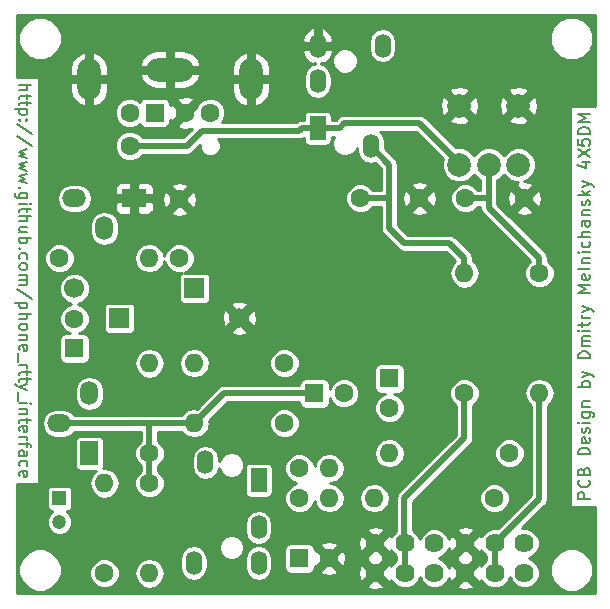
<source format=gtl>
G04 #@! TF.FileFunction,Copper,L1,Top,Signal*
%FSLAX46Y46*%
G04 Gerber Fmt 4.6, Leading zero omitted, Abs format (unit mm)*
G04 Created by KiCad (PCBNEW 4.0.6) date 04/11/17 13:58:44*
%MOMM*%
%LPD*%
G01*
G04 APERTURE LIST*
%ADD10C,0.100000*%
%ADD11C,0.150000*%
%ADD12C,1.600000*%
%ADD13O,1.600000X1.600000*%
%ADD14R,1.600000X1.600000*%
%ADD15C,1.699260*%
%ADD16R,1.699260X1.699260*%
%ADD17O,1.400000X2.000000*%
%ADD18R,1.400000X2.000000*%
%ADD19C,2.000000*%
%ADD20R,1.200000X1.200000*%
%ADD21C,1.200000*%
%ADD22O,2.000000X1.500000*%
%ADD23R,1.500000X2.000000*%
%ADD24O,1.500000X2.000000*%
%ADD25R,2.000000X1.500000*%
%ADD26O,2.000000X3.500000*%
%ADD27O,4.000000X2.000000*%
%ADD28C,1.620000*%
%ADD29C,0.500000*%
%ADD30C,0.254000*%
G04 APERTURE END LIST*
D10*
D11*
X100747619Y-56452379D02*
X101747619Y-56452379D01*
X100747619Y-56880951D02*
X101271429Y-56880951D01*
X101366667Y-56833332D01*
X101414286Y-56738094D01*
X101414286Y-56595236D01*
X101366667Y-56499998D01*
X101319048Y-56452379D01*
X101414286Y-57214284D02*
X101414286Y-57595236D01*
X101747619Y-57357141D02*
X100890476Y-57357141D01*
X100795238Y-57404760D01*
X100747619Y-57499998D01*
X100747619Y-57595236D01*
X101414286Y-57785713D02*
X101414286Y-58166665D01*
X101747619Y-57928570D02*
X100890476Y-57928570D01*
X100795238Y-57976189D01*
X100747619Y-58071427D01*
X100747619Y-58166665D01*
X101414286Y-58499999D02*
X100414286Y-58499999D01*
X101366667Y-58499999D02*
X101414286Y-58595237D01*
X101414286Y-58785714D01*
X101366667Y-58880952D01*
X101319048Y-58928571D01*
X101223810Y-58976190D01*
X100938095Y-58976190D01*
X100842857Y-58928571D01*
X100795238Y-58880952D01*
X100747619Y-58785714D01*
X100747619Y-58595237D01*
X100795238Y-58499999D01*
X100842857Y-59404761D02*
X100795238Y-59452380D01*
X100747619Y-59404761D01*
X100795238Y-59357142D01*
X100842857Y-59404761D01*
X100747619Y-59404761D01*
X101366667Y-59404761D02*
X101319048Y-59452380D01*
X101271429Y-59404761D01*
X101319048Y-59357142D01*
X101366667Y-59404761D01*
X101271429Y-59404761D01*
X101795238Y-60595237D02*
X100509524Y-59738094D01*
X101795238Y-61642856D02*
X100509524Y-60785713D01*
X101414286Y-61880951D02*
X100747619Y-62071427D01*
X101223810Y-62261904D01*
X100747619Y-62452380D01*
X101414286Y-62642856D01*
X101414286Y-62928570D02*
X100747619Y-63119046D01*
X101223810Y-63309523D01*
X100747619Y-63499999D01*
X101414286Y-63690475D01*
X101414286Y-63976189D02*
X100747619Y-64166665D01*
X101223810Y-64357142D01*
X100747619Y-64547618D01*
X101414286Y-64738094D01*
X100842857Y-65119046D02*
X100795238Y-65166665D01*
X100747619Y-65119046D01*
X100795238Y-65071427D01*
X100842857Y-65119046D01*
X100747619Y-65119046D01*
X101414286Y-66023808D02*
X100604762Y-66023808D01*
X100509524Y-65976189D01*
X100461905Y-65928570D01*
X100414286Y-65833331D01*
X100414286Y-65690474D01*
X100461905Y-65595236D01*
X100795238Y-66023808D02*
X100747619Y-65928570D01*
X100747619Y-65738093D01*
X100795238Y-65642855D01*
X100842857Y-65595236D01*
X100938095Y-65547617D01*
X101223810Y-65547617D01*
X101319048Y-65595236D01*
X101366667Y-65642855D01*
X101414286Y-65738093D01*
X101414286Y-65928570D01*
X101366667Y-66023808D01*
X100747619Y-66499998D02*
X101414286Y-66499998D01*
X101747619Y-66499998D02*
X101700000Y-66452379D01*
X101652381Y-66499998D01*
X101700000Y-66547617D01*
X101747619Y-66499998D01*
X101652381Y-66499998D01*
X101414286Y-66833331D02*
X101414286Y-67214283D01*
X101747619Y-66976188D02*
X100890476Y-66976188D01*
X100795238Y-67023807D01*
X100747619Y-67119045D01*
X100747619Y-67214283D01*
X100747619Y-67547617D02*
X101747619Y-67547617D01*
X100747619Y-67976189D02*
X101271429Y-67976189D01*
X101366667Y-67928570D01*
X101414286Y-67833332D01*
X101414286Y-67690474D01*
X101366667Y-67595236D01*
X101319048Y-67547617D01*
X101414286Y-68880951D02*
X100747619Y-68880951D01*
X101414286Y-68452379D02*
X100890476Y-68452379D01*
X100795238Y-68499998D01*
X100747619Y-68595236D01*
X100747619Y-68738094D01*
X100795238Y-68833332D01*
X100842857Y-68880951D01*
X100747619Y-69357141D02*
X101747619Y-69357141D01*
X101366667Y-69357141D02*
X101414286Y-69452379D01*
X101414286Y-69642856D01*
X101366667Y-69738094D01*
X101319048Y-69785713D01*
X101223810Y-69833332D01*
X100938095Y-69833332D01*
X100842857Y-69785713D01*
X100795238Y-69738094D01*
X100747619Y-69642856D01*
X100747619Y-69452379D01*
X100795238Y-69357141D01*
X100842857Y-70261903D02*
X100795238Y-70309522D01*
X100747619Y-70261903D01*
X100795238Y-70214284D01*
X100842857Y-70261903D01*
X100747619Y-70261903D01*
X100795238Y-71166665D02*
X100747619Y-71071427D01*
X100747619Y-70880950D01*
X100795238Y-70785712D01*
X100842857Y-70738093D01*
X100938095Y-70690474D01*
X101223810Y-70690474D01*
X101319048Y-70738093D01*
X101366667Y-70785712D01*
X101414286Y-70880950D01*
X101414286Y-71071427D01*
X101366667Y-71166665D01*
X100747619Y-71738093D02*
X100795238Y-71642855D01*
X100842857Y-71595236D01*
X100938095Y-71547617D01*
X101223810Y-71547617D01*
X101319048Y-71595236D01*
X101366667Y-71642855D01*
X101414286Y-71738093D01*
X101414286Y-71880951D01*
X101366667Y-71976189D01*
X101319048Y-72023808D01*
X101223810Y-72071427D01*
X100938095Y-72071427D01*
X100842857Y-72023808D01*
X100795238Y-71976189D01*
X100747619Y-71880951D01*
X100747619Y-71738093D01*
X100747619Y-72499998D02*
X101414286Y-72499998D01*
X101319048Y-72499998D02*
X101366667Y-72547617D01*
X101414286Y-72642855D01*
X101414286Y-72785713D01*
X101366667Y-72880951D01*
X101271429Y-72928570D01*
X100747619Y-72928570D01*
X101271429Y-72928570D02*
X101366667Y-72976189D01*
X101414286Y-73071427D01*
X101414286Y-73214284D01*
X101366667Y-73309522D01*
X101271429Y-73357141D01*
X100747619Y-73357141D01*
X101795238Y-74547617D02*
X100509524Y-73690474D01*
X101414286Y-74880950D02*
X100414286Y-74880950D01*
X101366667Y-74880950D02*
X101414286Y-74976188D01*
X101414286Y-75166665D01*
X101366667Y-75261903D01*
X101319048Y-75309522D01*
X101223810Y-75357141D01*
X100938095Y-75357141D01*
X100842857Y-75309522D01*
X100795238Y-75261903D01*
X100747619Y-75166665D01*
X100747619Y-74976188D01*
X100795238Y-74880950D01*
X100747619Y-75785712D02*
X101747619Y-75785712D01*
X100747619Y-76214284D02*
X101271429Y-76214284D01*
X101366667Y-76166665D01*
X101414286Y-76071427D01*
X101414286Y-75928569D01*
X101366667Y-75833331D01*
X101319048Y-75785712D01*
X100747619Y-76833331D02*
X100795238Y-76738093D01*
X100842857Y-76690474D01*
X100938095Y-76642855D01*
X101223810Y-76642855D01*
X101319048Y-76690474D01*
X101366667Y-76738093D01*
X101414286Y-76833331D01*
X101414286Y-76976189D01*
X101366667Y-77071427D01*
X101319048Y-77119046D01*
X101223810Y-77166665D01*
X100938095Y-77166665D01*
X100842857Y-77119046D01*
X100795238Y-77071427D01*
X100747619Y-76976189D01*
X100747619Y-76833331D01*
X101414286Y-77595236D02*
X100747619Y-77595236D01*
X101319048Y-77595236D02*
X101366667Y-77642855D01*
X101414286Y-77738093D01*
X101414286Y-77880951D01*
X101366667Y-77976189D01*
X101271429Y-78023808D01*
X100747619Y-78023808D01*
X100795238Y-78880951D02*
X100747619Y-78785713D01*
X100747619Y-78595236D01*
X100795238Y-78499998D01*
X100890476Y-78452379D01*
X101271429Y-78452379D01*
X101366667Y-78499998D01*
X101414286Y-78595236D01*
X101414286Y-78785713D01*
X101366667Y-78880951D01*
X101271429Y-78928570D01*
X101176190Y-78928570D01*
X101080952Y-78452379D01*
X100652381Y-79119046D02*
X100652381Y-79880951D01*
X100747619Y-80119046D02*
X101414286Y-80119046D01*
X101223810Y-80119046D02*
X101319048Y-80166665D01*
X101366667Y-80214284D01*
X101414286Y-80309522D01*
X101414286Y-80404761D01*
X101414286Y-80595237D02*
X101414286Y-80976189D01*
X101747619Y-80738094D02*
X100890476Y-80738094D01*
X100795238Y-80785713D01*
X100747619Y-80880951D01*
X100747619Y-80976189D01*
X101414286Y-81166666D02*
X101414286Y-81547618D01*
X101747619Y-81309523D02*
X100890476Y-81309523D01*
X100795238Y-81357142D01*
X100747619Y-81452380D01*
X100747619Y-81547618D01*
X101414286Y-81785714D02*
X100747619Y-82023809D01*
X101414286Y-82261905D02*
X100747619Y-82023809D01*
X100509524Y-81928571D01*
X100461905Y-81880952D01*
X100414286Y-81785714D01*
X100652381Y-82404762D02*
X100652381Y-83166667D01*
X100747619Y-83404762D02*
X101414286Y-83404762D01*
X101747619Y-83404762D02*
X101700000Y-83357143D01*
X101652381Y-83404762D01*
X101700000Y-83452381D01*
X101747619Y-83404762D01*
X101652381Y-83404762D01*
X101414286Y-83880952D02*
X100747619Y-83880952D01*
X101319048Y-83880952D02*
X101366667Y-83928571D01*
X101414286Y-84023809D01*
X101414286Y-84166667D01*
X101366667Y-84261905D01*
X101271429Y-84309524D01*
X100747619Y-84309524D01*
X101414286Y-84642857D02*
X101414286Y-85023809D01*
X101747619Y-84785714D02*
X100890476Y-84785714D01*
X100795238Y-84833333D01*
X100747619Y-84928571D01*
X100747619Y-85023809D01*
X100795238Y-85738096D02*
X100747619Y-85642858D01*
X100747619Y-85452381D01*
X100795238Y-85357143D01*
X100890476Y-85309524D01*
X101271429Y-85309524D01*
X101366667Y-85357143D01*
X101414286Y-85452381D01*
X101414286Y-85642858D01*
X101366667Y-85738096D01*
X101271429Y-85785715D01*
X101176190Y-85785715D01*
X101080952Y-85309524D01*
X100747619Y-86214286D02*
X101414286Y-86214286D01*
X101223810Y-86214286D02*
X101319048Y-86261905D01*
X101366667Y-86309524D01*
X101414286Y-86404762D01*
X101414286Y-86500001D01*
X101414286Y-86690477D02*
X101414286Y-87071429D01*
X100747619Y-86833334D02*
X101604762Y-86833334D01*
X101700000Y-86880953D01*
X101747619Y-86976191D01*
X101747619Y-87071429D01*
X100747619Y-87833335D02*
X101271429Y-87833335D01*
X101366667Y-87785716D01*
X101414286Y-87690478D01*
X101414286Y-87500001D01*
X101366667Y-87404763D01*
X100795238Y-87833335D02*
X100747619Y-87738097D01*
X100747619Y-87500001D01*
X100795238Y-87404763D01*
X100890476Y-87357144D01*
X100985714Y-87357144D01*
X101080952Y-87404763D01*
X101128571Y-87500001D01*
X101128571Y-87738097D01*
X101176190Y-87833335D01*
X100795238Y-88738097D02*
X100747619Y-88642859D01*
X100747619Y-88452382D01*
X100795238Y-88357144D01*
X100842857Y-88309525D01*
X100938095Y-88261906D01*
X101223810Y-88261906D01*
X101319048Y-88309525D01*
X101366667Y-88357144D01*
X101414286Y-88452382D01*
X101414286Y-88642859D01*
X101366667Y-88738097D01*
X100795238Y-89547621D02*
X100747619Y-89452383D01*
X100747619Y-89261906D01*
X100795238Y-89166668D01*
X100890476Y-89119049D01*
X101271429Y-89119049D01*
X101366667Y-89166668D01*
X101414286Y-89261906D01*
X101414286Y-89452383D01*
X101366667Y-89547621D01*
X101271429Y-89595240D01*
X101176190Y-89595240D01*
X101080952Y-89119049D01*
X149042381Y-91469716D02*
X148042381Y-91469716D01*
X148042381Y-91088763D01*
X148090000Y-90993525D01*
X148137619Y-90945906D01*
X148232857Y-90898287D01*
X148375714Y-90898287D01*
X148470952Y-90945906D01*
X148518571Y-90993525D01*
X148566190Y-91088763D01*
X148566190Y-91469716D01*
X148947143Y-89898287D02*
X148994762Y-89945906D01*
X149042381Y-90088763D01*
X149042381Y-90184001D01*
X148994762Y-90326859D01*
X148899524Y-90422097D01*
X148804286Y-90469716D01*
X148613810Y-90517335D01*
X148470952Y-90517335D01*
X148280476Y-90469716D01*
X148185238Y-90422097D01*
X148090000Y-90326859D01*
X148042381Y-90184001D01*
X148042381Y-90088763D01*
X148090000Y-89945906D01*
X148137619Y-89898287D01*
X148518571Y-89136382D02*
X148566190Y-88993525D01*
X148613810Y-88945906D01*
X148709048Y-88898287D01*
X148851905Y-88898287D01*
X148947143Y-88945906D01*
X148994762Y-88993525D01*
X149042381Y-89088763D01*
X149042381Y-89469716D01*
X148042381Y-89469716D01*
X148042381Y-89136382D01*
X148090000Y-89041144D01*
X148137619Y-88993525D01*
X148232857Y-88945906D01*
X148328095Y-88945906D01*
X148423333Y-88993525D01*
X148470952Y-89041144D01*
X148518571Y-89136382D01*
X148518571Y-89469716D01*
X149042381Y-87707811D02*
X148042381Y-87707811D01*
X148042381Y-87469716D01*
X148090000Y-87326858D01*
X148185238Y-87231620D01*
X148280476Y-87184001D01*
X148470952Y-87136382D01*
X148613810Y-87136382D01*
X148804286Y-87184001D01*
X148899524Y-87231620D01*
X148994762Y-87326858D01*
X149042381Y-87469716D01*
X149042381Y-87707811D01*
X148994762Y-86326858D02*
X149042381Y-86422096D01*
X149042381Y-86612573D01*
X148994762Y-86707811D01*
X148899524Y-86755430D01*
X148518571Y-86755430D01*
X148423333Y-86707811D01*
X148375714Y-86612573D01*
X148375714Y-86422096D01*
X148423333Y-86326858D01*
X148518571Y-86279239D01*
X148613810Y-86279239D01*
X148709048Y-86755430D01*
X148994762Y-85898287D02*
X149042381Y-85803049D01*
X149042381Y-85612573D01*
X148994762Y-85517334D01*
X148899524Y-85469715D01*
X148851905Y-85469715D01*
X148756667Y-85517334D01*
X148709048Y-85612573D01*
X148709048Y-85755430D01*
X148661429Y-85850668D01*
X148566190Y-85898287D01*
X148518571Y-85898287D01*
X148423333Y-85850668D01*
X148375714Y-85755430D01*
X148375714Y-85612573D01*
X148423333Y-85517334D01*
X149042381Y-85041144D02*
X148375714Y-85041144D01*
X148042381Y-85041144D02*
X148090000Y-85088763D01*
X148137619Y-85041144D01*
X148090000Y-84993525D01*
X148042381Y-85041144D01*
X148137619Y-85041144D01*
X148375714Y-84136382D02*
X149185238Y-84136382D01*
X149280476Y-84184001D01*
X149328095Y-84231620D01*
X149375714Y-84326859D01*
X149375714Y-84469716D01*
X149328095Y-84564954D01*
X148994762Y-84136382D02*
X149042381Y-84231620D01*
X149042381Y-84422097D01*
X148994762Y-84517335D01*
X148947143Y-84564954D01*
X148851905Y-84612573D01*
X148566190Y-84612573D01*
X148470952Y-84564954D01*
X148423333Y-84517335D01*
X148375714Y-84422097D01*
X148375714Y-84231620D01*
X148423333Y-84136382D01*
X148375714Y-83660192D02*
X149042381Y-83660192D01*
X148470952Y-83660192D02*
X148423333Y-83612573D01*
X148375714Y-83517335D01*
X148375714Y-83374477D01*
X148423333Y-83279239D01*
X148518571Y-83231620D01*
X149042381Y-83231620D01*
X149042381Y-81993525D02*
X148042381Y-81993525D01*
X148423333Y-81993525D02*
X148375714Y-81898287D01*
X148375714Y-81707810D01*
X148423333Y-81612572D01*
X148470952Y-81564953D01*
X148566190Y-81517334D01*
X148851905Y-81517334D01*
X148947143Y-81564953D01*
X148994762Y-81612572D01*
X149042381Y-81707810D01*
X149042381Y-81898287D01*
X148994762Y-81993525D01*
X148375714Y-81184001D02*
X149042381Y-80945906D01*
X148375714Y-80707810D02*
X149042381Y-80945906D01*
X149280476Y-81041144D01*
X149328095Y-81088763D01*
X149375714Y-81184001D01*
X149042381Y-79564953D02*
X148042381Y-79564953D01*
X148042381Y-79326858D01*
X148090000Y-79184000D01*
X148185238Y-79088762D01*
X148280476Y-79041143D01*
X148470952Y-78993524D01*
X148613810Y-78993524D01*
X148804286Y-79041143D01*
X148899524Y-79088762D01*
X148994762Y-79184000D01*
X149042381Y-79326858D01*
X149042381Y-79564953D01*
X149042381Y-78564953D02*
X148375714Y-78564953D01*
X148470952Y-78564953D02*
X148423333Y-78517334D01*
X148375714Y-78422096D01*
X148375714Y-78279238D01*
X148423333Y-78184000D01*
X148518571Y-78136381D01*
X149042381Y-78136381D01*
X148518571Y-78136381D02*
X148423333Y-78088762D01*
X148375714Y-77993524D01*
X148375714Y-77850667D01*
X148423333Y-77755429D01*
X148518571Y-77707810D01*
X149042381Y-77707810D01*
X149042381Y-77231620D02*
X148375714Y-77231620D01*
X148042381Y-77231620D02*
X148090000Y-77279239D01*
X148137619Y-77231620D01*
X148090000Y-77184001D01*
X148042381Y-77231620D01*
X148137619Y-77231620D01*
X148375714Y-76898287D02*
X148375714Y-76517335D01*
X148042381Y-76755430D02*
X148899524Y-76755430D01*
X148994762Y-76707811D01*
X149042381Y-76612573D01*
X149042381Y-76517335D01*
X149042381Y-76184001D02*
X148375714Y-76184001D01*
X148566190Y-76184001D02*
X148470952Y-76136382D01*
X148423333Y-76088763D01*
X148375714Y-75993525D01*
X148375714Y-75898286D01*
X148375714Y-75660191D02*
X149042381Y-75422096D01*
X148375714Y-75184000D02*
X149042381Y-75422096D01*
X149280476Y-75517334D01*
X149328095Y-75564953D01*
X149375714Y-75660191D01*
X149042381Y-74041143D02*
X148042381Y-74041143D01*
X148756667Y-73707809D01*
X148042381Y-73374476D01*
X149042381Y-73374476D01*
X148994762Y-72517333D02*
X149042381Y-72612571D01*
X149042381Y-72803048D01*
X148994762Y-72898286D01*
X148899524Y-72945905D01*
X148518571Y-72945905D01*
X148423333Y-72898286D01*
X148375714Y-72803048D01*
X148375714Y-72612571D01*
X148423333Y-72517333D01*
X148518571Y-72469714D01*
X148613810Y-72469714D01*
X148709048Y-72945905D01*
X149042381Y-71898286D02*
X148994762Y-71993524D01*
X148899524Y-72041143D01*
X148042381Y-72041143D01*
X148375714Y-71517333D02*
X149042381Y-71517333D01*
X148470952Y-71517333D02*
X148423333Y-71469714D01*
X148375714Y-71374476D01*
X148375714Y-71231618D01*
X148423333Y-71136380D01*
X148518571Y-71088761D01*
X149042381Y-71088761D01*
X149042381Y-70612571D02*
X148375714Y-70612571D01*
X148042381Y-70612571D02*
X148090000Y-70660190D01*
X148137619Y-70612571D01*
X148090000Y-70564952D01*
X148042381Y-70612571D01*
X148137619Y-70612571D01*
X148994762Y-69707809D02*
X149042381Y-69803047D01*
X149042381Y-69993524D01*
X148994762Y-70088762D01*
X148947143Y-70136381D01*
X148851905Y-70184000D01*
X148566190Y-70184000D01*
X148470952Y-70136381D01*
X148423333Y-70088762D01*
X148375714Y-69993524D01*
X148375714Y-69803047D01*
X148423333Y-69707809D01*
X149042381Y-69279238D02*
X148042381Y-69279238D01*
X149042381Y-68850666D02*
X148518571Y-68850666D01*
X148423333Y-68898285D01*
X148375714Y-68993523D01*
X148375714Y-69136381D01*
X148423333Y-69231619D01*
X148470952Y-69279238D01*
X149042381Y-67945904D02*
X148518571Y-67945904D01*
X148423333Y-67993523D01*
X148375714Y-68088761D01*
X148375714Y-68279238D01*
X148423333Y-68374476D01*
X148994762Y-67945904D02*
X149042381Y-68041142D01*
X149042381Y-68279238D01*
X148994762Y-68374476D01*
X148899524Y-68422095D01*
X148804286Y-68422095D01*
X148709048Y-68374476D01*
X148661429Y-68279238D01*
X148661429Y-68041142D01*
X148613810Y-67945904D01*
X148375714Y-67469714D02*
X149042381Y-67469714D01*
X148470952Y-67469714D02*
X148423333Y-67422095D01*
X148375714Y-67326857D01*
X148375714Y-67183999D01*
X148423333Y-67088761D01*
X148518571Y-67041142D01*
X149042381Y-67041142D01*
X148994762Y-66612571D02*
X149042381Y-66517333D01*
X149042381Y-66326857D01*
X148994762Y-66231618D01*
X148899524Y-66183999D01*
X148851905Y-66183999D01*
X148756667Y-66231618D01*
X148709048Y-66326857D01*
X148709048Y-66469714D01*
X148661429Y-66564952D01*
X148566190Y-66612571D01*
X148518571Y-66612571D01*
X148423333Y-66564952D01*
X148375714Y-66469714D01*
X148375714Y-66326857D01*
X148423333Y-66231618D01*
X149042381Y-65755428D02*
X148042381Y-65755428D01*
X148661429Y-65660190D02*
X149042381Y-65374475D01*
X148375714Y-65374475D02*
X148756667Y-65755428D01*
X148375714Y-65041142D02*
X149042381Y-64803047D01*
X148375714Y-64564951D02*
X149042381Y-64803047D01*
X149280476Y-64898285D01*
X149328095Y-64945904D01*
X149375714Y-65041142D01*
X148375714Y-62993522D02*
X149042381Y-62993522D01*
X147994762Y-63231618D02*
X148709048Y-63469713D01*
X148709048Y-62850665D01*
X148042381Y-62564951D02*
X149042381Y-61898284D01*
X148042381Y-61898284D02*
X149042381Y-62564951D01*
X148042381Y-61041141D02*
X148042381Y-61517332D01*
X148518571Y-61564951D01*
X148470952Y-61517332D01*
X148423333Y-61422094D01*
X148423333Y-61183998D01*
X148470952Y-61088760D01*
X148518571Y-61041141D01*
X148613810Y-60993522D01*
X148851905Y-60993522D01*
X148947143Y-61041141D01*
X148994762Y-61088760D01*
X149042381Y-61183998D01*
X149042381Y-61422094D01*
X148994762Y-61517332D01*
X148947143Y-61564951D01*
X149042381Y-60564951D02*
X148042381Y-60564951D01*
X148042381Y-60326856D01*
X148090000Y-60183998D01*
X148185238Y-60088760D01*
X148280476Y-60041141D01*
X148470952Y-59993522D01*
X148613810Y-59993522D01*
X148804286Y-60041141D01*
X148899524Y-60088760D01*
X148994762Y-60183998D01*
X149042381Y-60326856D01*
X149042381Y-60564951D01*
X149042381Y-59564951D02*
X148042381Y-59564951D01*
X148756667Y-59231617D01*
X148042381Y-58898284D01*
X149042381Y-58898284D01*
D12*
X144780000Y-72390000D03*
D13*
X144780000Y-82550000D03*
D12*
X138430000Y-82550000D03*
D13*
X138430000Y-72390000D03*
D14*
X105410000Y-78740000D03*
D12*
X105410000Y-76240000D03*
D14*
X124460000Y-96520000D03*
D12*
X126960000Y-96520000D03*
X114300000Y-71120000D03*
X114300000Y-66120000D03*
X143510000Y-66040000D03*
X138510000Y-66040000D03*
X134620000Y-66040000D03*
X129620000Y-66040000D03*
D15*
X119380520Y-76197460D03*
D16*
X109220520Y-76197460D03*
D15*
X105409480Y-73662540D03*
D16*
X115569480Y-73662540D03*
D17*
X115500000Y-96900000D03*
X116500000Y-88400000D03*
D18*
X121000000Y-89900000D03*
D17*
X121000000Y-93900000D03*
X121000000Y-96900000D03*
X131500000Y-53100000D03*
X130500000Y-61600000D03*
D18*
X126000000Y-60100000D03*
D17*
X126000000Y-56100000D03*
X126000000Y-53100000D03*
D12*
X123190000Y-85090000D03*
D13*
X115570000Y-85090000D03*
D12*
X111760000Y-90170000D03*
D13*
X111760000Y-97790000D03*
D12*
X111760000Y-87630000D03*
D13*
X111760000Y-80010000D03*
D12*
X123190000Y-80010000D03*
D13*
X115570000Y-80010000D03*
D19*
X143000000Y-58200000D03*
X140500000Y-63200000D03*
X143000000Y-63200000D03*
X138000000Y-58200000D03*
X138000000Y-63200000D03*
D20*
X104140000Y-91440000D03*
D21*
X104140000Y-93440000D03*
D12*
X107950000Y-97790000D03*
D13*
X107950000Y-90170000D03*
D14*
X125730000Y-82550000D03*
D12*
X128230000Y-82550000D03*
D14*
X132080000Y-81280000D03*
D12*
X132080000Y-83780000D03*
X124460000Y-91440000D03*
D13*
X127000000Y-91440000D03*
D12*
X124460000Y-88900000D03*
D13*
X127000000Y-88900000D03*
D12*
X142240000Y-87630000D03*
D13*
X132080000Y-87630000D03*
D12*
X140970000Y-91440000D03*
D13*
X130810000Y-91440000D03*
D12*
X104140000Y-71120000D03*
D13*
X111760000Y-71120000D03*
D22*
X104140000Y-85090000D03*
D23*
X106680000Y-87630000D03*
D24*
X106680000Y-82550000D03*
X107950000Y-68580000D03*
D25*
X110490000Y-66040000D03*
D22*
X105410000Y-66040000D03*
D26*
X120350000Y-55950000D03*
X106650000Y-55950000D03*
D14*
X112200000Y-58800000D03*
D12*
X114800000Y-58800000D03*
X110100000Y-58800000D03*
X116900000Y-58800000D03*
X110100000Y-61600000D03*
D27*
X113500000Y-55150000D03*
D28*
X138510000Y-97750000D03*
X141010000Y-95250000D03*
X143510000Y-97750000D03*
X138510000Y-95250000D03*
X141010000Y-97750000D03*
X143510000Y-95250000D03*
X130890000Y-97750000D03*
X133390000Y-95250000D03*
X135890000Y-97750000D03*
X130890000Y-95250000D03*
X133390000Y-97750000D03*
X135890000Y-95250000D03*
D29*
X104140000Y-85090000D02*
X115570000Y-85090000D01*
X111760000Y-90170000D02*
X111760000Y-87630000D01*
X111760000Y-87630000D02*
X111760000Y-85090000D01*
X111760000Y-85090000D02*
X115570000Y-85090000D01*
X125730000Y-82550000D02*
X118110000Y-82550000D01*
X118110000Y-82550000D02*
X115570000Y-85090000D01*
X141010000Y-97750000D02*
X141010000Y-95250000D01*
X141010000Y-95250000D02*
X144780000Y-91480000D01*
X144780000Y-91520000D02*
X144780000Y-91480000D01*
X144780000Y-91480000D02*
X144780000Y-91440000D01*
X144780000Y-91440000D02*
X144780000Y-82550000D01*
X129620000Y-66040000D02*
X132080000Y-66040000D01*
X132080000Y-68580000D02*
X132080000Y-66040000D01*
X132080000Y-66040000D02*
X132080000Y-63180000D01*
X132080000Y-63180000D02*
X130500000Y-61600000D01*
X137160000Y-69850000D02*
X133350000Y-69850000D01*
X138430000Y-72390000D02*
X138430000Y-71120000D01*
X138430000Y-71120000D02*
X137160000Y-69850000D01*
X133350000Y-69850000D02*
X132080000Y-68580000D01*
X126000000Y-60100000D02*
X124685000Y-60100000D01*
X124685000Y-60100000D02*
X124460000Y-60325000D01*
X127860000Y-60100000D02*
X126000000Y-60100000D01*
X124460000Y-60325000D02*
X116205000Y-60325000D01*
X116205000Y-60325000D02*
X114930000Y-61600000D01*
X114930000Y-61600000D02*
X110100000Y-61600000D01*
X134620000Y-59690000D02*
X128270000Y-59690000D01*
X138000000Y-63070000D02*
X134620000Y-59690000D01*
X128270000Y-59690000D02*
X127860000Y-60100000D01*
X138000000Y-63200000D02*
X138000000Y-63070000D01*
X144780000Y-71120000D02*
X144780000Y-72390000D01*
X138510000Y-66040000D02*
X140500000Y-66040000D01*
X140500000Y-63200000D02*
X140500000Y-66040000D01*
X140500000Y-66040000D02*
X140500000Y-66840000D01*
X140500000Y-66840000D02*
X144780000Y-71120000D01*
X133390000Y-97750000D02*
X133390000Y-95250000D01*
X133390000Y-95250000D02*
X133350000Y-95210000D01*
X133350000Y-95210000D02*
X133350000Y-91440000D01*
X138430000Y-82550000D02*
X138430000Y-86360000D01*
X138430000Y-86360000D02*
X133350000Y-91440000D01*
X133350000Y-97710000D02*
X133390000Y-97750000D01*
D30*
G36*
X149448000Y-58183189D02*
X147338000Y-58183189D01*
X147338000Y-92184811D01*
X149448000Y-92184811D01*
X149448000Y-99448000D01*
X100552000Y-99448000D01*
X100552000Y-97861818D01*
X100672684Y-97861818D01*
X100950242Y-98533560D01*
X101463736Y-99047952D01*
X102134993Y-99326682D01*
X102861818Y-99327316D01*
X103533560Y-99049758D01*
X104047952Y-98536264D01*
X104252815Y-98042897D01*
X106672779Y-98042897D01*
X106866781Y-98512417D01*
X107225693Y-98871957D01*
X107694875Y-99066778D01*
X108202897Y-99067221D01*
X108672417Y-98873219D01*
X109031957Y-98514307D01*
X109226778Y-98045125D01*
X109227022Y-97764982D01*
X110483000Y-97764982D01*
X110483000Y-97815018D01*
X110580206Y-98303705D01*
X110857025Y-98717993D01*
X111271313Y-98994812D01*
X111760000Y-99092018D01*
X112248687Y-98994812D01*
X112477951Y-98841622D01*
X130157588Y-98841622D01*
X130242468Y-99073382D01*
X130798195Y-99220446D01*
X131367898Y-99143647D01*
X131537532Y-99073382D01*
X131622412Y-98841622D01*
X130890000Y-98109210D01*
X130157588Y-98841622D01*
X112477951Y-98841622D01*
X112662975Y-98717993D01*
X112939794Y-98303705D01*
X113037000Y-97815018D01*
X113037000Y-97764982D01*
X112939794Y-97276295D01*
X112662975Y-96862007D01*
X112248687Y-96585188D01*
X112177681Y-96571064D01*
X114323000Y-96571064D01*
X114323000Y-97228936D01*
X114412594Y-97679354D01*
X114667735Y-98061201D01*
X115049582Y-98316342D01*
X115500000Y-98405936D01*
X115950418Y-98316342D01*
X116332265Y-98061201D01*
X116587406Y-97679354D01*
X116677000Y-97228936D01*
X116677000Y-96571064D01*
X116587406Y-96120646D01*
X116382038Y-95813289D01*
X117622813Y-95813289D01*
X117786431Y-96209275D01*
X118089132Y-96512504D01*
X118484832Y-96676813D01*
X118913289Y-96677187D01*
X119309275Y-96513569D01*
X119612504Y-96210868D01*
X119776813Y-95815168D01*
X119777187Y-95386711D01*
X119613569Y-94990725D01*
X119310868Y-94687496D01*
X118915168Y-94523187D01*
X118486711Y-94522813D01*
X118090725Y-94686431D01*
X117787496Y-94989132D01*
X117623187Y-95384832D01*
X117622813Y-95813289D01*
X116382038Y-95813289D01*
X116332265Y-95738799D01*
X115950418Y-95483658D01*
X115500000Y-95394064D01*
X115049582Y-95483658D01*
X114667735Y-95738799D01*
X114412594Y-96120646D01*
X114323000Y-96571064D01*
X112177681Y-96571064D01*
X111760000Y-96487982D01*
X111271313Y-96585188D01*
X110857025Y-96862007D01*
X110580206Y-97276295D01*
X110483000Y-97764982D01*
X109227022Y-97764982D01*
X109227221Y-97537103D01*
X109033219Y-97067583D01*
X108674307Y-96708043D01*
X108205125Y-96513222D01*
X107697103Y-96512779D01*
X107227583Y-96706781D01*
X106868043Y-97065693D01*
X106673222Y-97534875D01*
X106672779Y-98042897D01*
X104252815Y-98042897D01*
X104326682Y-97865007D01*
X104327316Y-97138182D01*
X104049758Y-96466440D01*
X103536264Y-95952048D01*
X102865007Y-95673318D01*
X102138182Y-95672684D01*
X101466440Y-95950242D01*
X100952048Y-96463736D01*
X100673318Y-97134993D01*
X100672684Y-97861818D01*
X100552000Y-97861818D01*
X100552000Y-90840000D01*
X103053656Y-90840000D01*
X103053656Y-92040000D01*
X103086917Y-92216765D01*
X103191385Y-92379113D01*
X103350785Y-92488027D01*
X103533917Y-92525112D01*
X103530725Y-92526431D01*
X103227496Y-92829132D01*
X103063187Y-93224832D01*
X103062813Y-93653289D01*
X103226431Y-94049275D01*
X103529132Y-94352504D01*
X103924832Y-94516813D01*
X104353289Y-94517187D01*
X104749275Y-94353569D01*
X105052504Y-94050868D01*
X105216813Y-93655168D01*
X105216886Y-93571064D01*
X119823000Y-93571064D01*
X119823000Y-94228936D01*
X119912594Y-94679354D01*
X120167735Y-95061201D01*
X120549582Y-95316342D01*
X120970158Y-95400000D01*
X120549582Y-95483658D01*
X120167735Y-95738799D01*
X119912594Y-96120646D01*
X119823000Y-96571064D01*
X119823000Y-97228936D01*
X119912594Y-97679354D01*
X120167735Y-98061201D01*
X120549582Y-98316342D01*
X121000000Y-98405936D01*
X121450418Y-98316342D01*
X121832265Y-98061201D01*
X122087406Y-97679354D01*
X122177000Y-97228936D01*
X122177000Y-96571064D01*
X122087406Y-96120646D01*
X121832265Y-95738799D01*
X121804131Y-95720000D01*
X123173656Y-95720000D01*
X123173656Y-97320000D01*
X123206917Y-97496765D01*
X123311385Y-97659113D01*
X123470785Y-97768027D01*
X123660000Y-97806344D01*
X125260000Y-97806344D01*
X125436765Y-97773083D01*
X125599113Y-97668615D01*
X125643076Y-97604273D01*
X126234938Y-97604273D01*
X126318552Y-97835008D01*
X126870611Y-97980380D01*
X127436278Y-97903423D01*
X127601448Y-97835008D01*
X127665521Y-97658195D01*
X129419554Y-97658195D01*
X129496353Y-98227898D01*
X129566618Y-98397532D01*
X129798378Y-98482412D01*
X130530790Y-97750000D01*
X129798378Y-97017588D01*
X129566618Y-97102468D01*
X129419554Y-97658195D01*
X127665521Y-97658195D01*
X127685062Y-97604273D01*
X126960000Y-96879210D01*
X126234938Y-97604273D01*
X125643076Y-97604273D01*
X125708027Y-97509215D01*
X125746344Y-97320000D01*
X125746344Y-97198176D01*
X125875727Y-97245062D01*
X126600790Y-96520000D01*
X127319210Y-96520000D01*
X128044273Y-97245062D01*
X128275008Y-97161448D01*
X128420380Y-96609389D01*
X128383952Y-96341622D01*
X130157588Y-96341622D01*
X130215593Y-96500000D01*
X130157588Y-96658378D01*
X130890000Y-97390790D01*
X131622412Y-96658378D01*
X131564407Y-96500000D01*
X131622412Y-96341622D01*
X130890000Y-95609210D01*
X130157588Y-96341622D01*
X128383952Y-96341622D01*
X128343423Y-96043722D01*
X128275008Y-95878552D01*
X128044273Y-95794938D01*
X127319210Y-96520000D01*
X126600790Y-96520000D01*
X125875727Y-95794938D01*
X125746344Y-95841824D01*
X125746344Y-95720000D01*
X125713083Y-95543235D01*
X125643904Y-95435727D01*
X126234938Y-95435727D01*
X126960000Y-96160790D01*
X127685062Y-95435727D01*
X127601448Y-95204992D01*
X127423734Y-95158195D01*
X129419554Y-95158195D01*
X129496353Y-95727898D01*
X129566618Y-95897532D01*
X129798378Y-95982412D01*
X130530790Y-95250000D01*
X131249210Y-95250000D01*
X131981622Y-95982412D01*
X132213382Y-95897532D01*
X132233542Y-95821352D01*
X132298298Y-95978075D01*
X132660021Y-96340429D01*
X132663000Y-96341666D01*
X132663000Y-96657854D01*
X132661925Y-96658298D01*
X132299571Y-97020021D01*
X132239327Y-97165105D01*
X132213382Y-97102468D01*
X131981622Y-97017588D01*
X131249210Y-97750000D01*
X131981622Y-98482412D01*
X132213382Y-98397532D01*
X132233542Y-98321352D01*
X132298298Y-98478075D01*
X132660021Y-98840429D01*
X133132877Y-99036776D01*
X133644877Y-99037223D01*
X134118075Y-98841702D01*
X134480429Y-98479979D01*
X134640150Y-98095327D01*
X134798298Y-98478075D01*
X135160021Y-98840429D01*
X135632877Y-99036776D01*
X136144877Y-99037223D01*
X136618075Y-98841702D01*
X136618155Y-98841622D01*
X137777588Y-98841622D01*
X137862468Y-99073382D01*
X138418195Y-99220446D01*
X138987898Y-99143647D01*
X139157532Y-99073382D01*
X139242412Y-98841622D01*
X138510000Y-98109210D01*
X137777588Y-98841622D01*
X136618155Y-98841622D01*
X136980429Y-98479979D01*
X137108694Y-98171083D01*
X137116353Y-98227898D01*
X137186618Y-98397532D01*
X137418378Y-98482412D01*
X138150790Y-97750000D01*
X137418378Y-97017588D01*
X137186618Y-97102468D01*
X137119608Y-97355685D01*
X136981702Y-97021925D01*
X136619979Y-96659571D01*
X136235327Y-96499850D01*
X136618075Y-96341702D01*
X136618155Y-96341622D01*
X137777588Y-96341622D01*
X137835593Y-96500000D01*
X137777588Y-96658378D01*
X138510000Y-97390790D01*
X139242412Y-96658378D01*
X139184407Y-96500000D01*
X139242412Y-96341622D01*
X138510000Y-95609210D01*
X137777588Y-96341622D01*
X136618155Y-96341622D01*
X136980429Y-95979979D01*
X137108694Y-95671083D01*
X137116353Y-95727898D01*
X137186618Y-95897532D01*
X137418378Y-95982412D01*
X138150790Y-95250000D01*
X138869210Y-95250000D01*
X139601622Y-95982412D01*
X139833382Y-95897532D01*
X139853542Y-95821352D01*
X139918298Y-95978075D01*
X140280021Y-96340429D01*
X140283000Y-96341666D01*
X140283000Y-96657854D01*
X140281925Y-96658298D01*
X139919571Y-97020021D01*
X139859327Y-97165105D01*
X139833382Y-97102468D01*
X139601622Y-97017588D01*
X138869210Y-97750000D01*
X139601622Y-98482412D01*
X139833382Y-98397532D01*
X139853542Y-98321352D01*
X139918298Y-98478075D01*
X140280021Y-98840429D01*
X140752877Y-99036776D01*
X141264877Y-99037223D01*
X141738075Y-98841702D01*
X142100429Y-98479979D01*
X142260150Y-98095327D01*
X142418298Y-98478075D01*
X142780021Y-98840429D01*
X143252877Y-99036776D01*
X143764877Y-99037223D01*
X144238075Y-98841702D01*
X144600429Y-98479979D01*
X144796776Y-98007123D01*
X144796902Y-97861818D01*
X145672684Y-97861818D01*
X145950242Y-98533560D01*
X146463736Y-99047952D01*
X147134993Y-99326682D01*
X147861818Y-99327316D01*
X148533560Y-99049758D01*
X149047952Y-98536264D01*
X149326682Y-97865007D01*
X149327316Y-97138182D01*
X149049758Y-96466440D01*
X148536264Y-95952048D01*
X147865007Y-95673318D01*
X147138182Y-95672684D01*
X146466440Y-95950242D01*
X145952048Y-96463736D01*
X145673318Y-97134993D01*
X145672684Y-97861818D01*
X144796902Y-97861818D01*
X144797223Y-97495123D01*
X144601702Y-97021925D01*
X144239979Y-96659571D01*
X143855327Y-96499850D01*
X144238075Y-96341702D01*
X144600429Y-95979979D01*
X144796776Y-95507123D01*
X144797223Y-94995123D01*
X144601702Y-94521925D01*
X144239979Y-94159571D01*
X143767123Y-93963224D01*
X143325296Y-93962838D01*
X145173522Y-92114612D01*
X145294067Y-92034067D01*
X145451660Y-91798211D01*
X145507000Y-91520000D01*
X145507000Y-83595576D01*
X145682975Y-83477993D01*
X145959794Y-83063705D01*
X146057000Y-82575018D01*
X146057000Y-82524982D01*
X145959794Y-82036295D01*
X145682975Y-81622007D01*
X145268687Y-81345188D01*
X144780000Y-81247982D01*
X144291313Y-81345188D01*
X143877025Y-81622007D01*
X143600206Y-82036295D01*
X143503000Y-82524982D01*
X143503000Y-82575018D01*
X143600206Y-83063705D01*
X143877025Y-83477993D01*
X144053000Y-83595576D01*
X144053000Y-91178866D01*
X141268196Y-93963670D01*
X141267123Y-93963224D01*
X140755123Y-93962777D01*
X140281925Y-94158298D01*
X139919571Y-94520021D01*
X139859327Y-94665105D01*
X139833382Y-94602468D01*
X139601622Y-94517588D01*
X138869210Y-95250000D01*
X138150790Y-95250000D01*
X137418378Y-94517588D01*
X137186618Y-94602468D01*
X137119608Y-94855685D01*
X136981702Y-94521925D01*
X136619979Y-94159571D01*
X136617106Y-94158378D01*
X137777588Y-94158378D01*
X138510000Y-94890790D01*
X139242412Y-94158378D01*
X139157532Y-93926618D01*
X138601805Y-93779554D01*
X138032102Y-93856353D01*
X137862468Y-93926618D01*
X137777588Y-94158378D01*
X136617106Y-94158378D01*
X136147123Y-93963224D01*
X135635123Y-93962777D01*
X135161925Y-94158298D01*
X134799571Y-94520021D01*
X134639850Y-94904673D01*
X134481702Y-94521925D01*
X134119979Y-94159571D01*
X134077000Y-94141725D01*
X134077000Y-91741134D01*
X134125237Y-91692897D01*
X139692779Y-91692897D01*
X139886781Y-92162417D01*
X140245693Y-92521957D01*
X140714875Y-92716778D01*
X141222897Y-92717221D01*
X141692417Y-92523219D01*
X142051957Y-92164307D01*
X142246778Y-91695125D01*
X142247221Y-91187103D01*
X142053219Y-90717583D01*
X141694307Y-90358043D01*
X141225125Y-90163222D01*
X140717103Y-90162779D01*
X140247583Y-90356781D01*
X139888043Y-90715693D01*
X139693222Y-91184875D01*
X139692779Y-91692897D01*
X134125237Y-91692897D01*
X137935237Y-87882897D01*
X140962779Y-87882897D01*
X141156781Y-88352417D01*
X141515693Y-88711957D01*
X141984875Y-88906778D01*
X142492897Y-88907221D01*
X142962417Y-88713219D01*
X143321957Y-88354307D01*
X143516778Y-87885125D01*
X143517221Y-87377103D01*
X143323219Y-86907583D01*
X142964307Y-86548043D01*
X142495125Y-86353222D01*
X141987103Y-86352779D01*
X141517583Y-86546781D01*
X141158043Y-86905693D01*
X140963222Y-87374875D01*
X140962779Y-87882897D01*
X137935237Y-87882897D01*
X138944067Y-86874067D01*
X139101660Y-86638211D01*
X139119847Y-86546781D01*
X139157001Y-86360000D01*
X139157000Y-86359995D01*
X139157000Y-83628644D01*
X139511957Y-83274307D01*
X139706778Y-82805125D01*
X139707221Y-82297103D01*
X139513219Y-81827583D01*
X139154307Y-81468043D01*
X138685125Y-81273222D01*
X138177103Y-81272779D01*
X137707583Y-81466781D01*
X137348043Y-81825693D01*
X137153222Y-82294875D01*
X137152779Y-82802897D01*
X137346781Y-83272417D01*
X137703000Y-83629259D01*
X137703000Y-86058866D01*
X132835933Y-90925933D01*
X132678340Y-91161789D01*
X132678340Y-91161790D01*
X132622999Y-91440000D01*
X132623000Y-91440005D01*
X132623000Y-94197155D01*
X132299571Y-94520021D01*
X132239327Y-94665105D01*
X132213382Y-94602468D01*
X131981622Y-94517588D01*
X131249210Y-95250000D01*
X130530790Y-95250000D01*
X129798378Y-94517588D01*
X129566618Y-94602468D01*
X129419554Y-95158195D01*
X127423734Y-95158195D01*
X127049389Y-95059620D01*
X126483722Y-95136577D01*
X126318552Y-95204992D01*
X126234938Y-95435727D01*
X125643904Y-95435727D01*
X125608615Y-95380887D01*
X125449215Y-95271973D01*
X125260000Y-95233656D01*
X123660000Y-95233656D01*
X123483235Y-95266917D01*
X123320887Y-95371385D01*
X123211973Y-95530785D01*
X123173656Y-95720000D01*
X121804131Y-95720000D01*
X121450418Y-95483658D01*
X121029842Y-95400000D01*
X121450418Y-95316342D01*
X121832265Y-95061201D01*
X122087406Y-94679354D01*
X122177000Y-94228936D01*
X122177000Y-94158378D01*
X130157588Y-94158378D01*
X130890000Y-94890790D01*
X131622412Y-94158378D01*
X131537532Y-93926618D01*
X130981805Y-93779554D01*
X130412102Y-93856353D01*
X130242468Y-93926618D01*
X130157588Y-94158378D01*
X122177000Y-94158378D01*
X122177000Y-93571064D01*
X122087406Y-93120646D01*
X121832265Y-92738799D01*
X121450418Y-92483658D01*
X121000000Y-92394064D01*
X120549582Y-92483658D01*
X120167735Y-92738799D01*
X119912594Y-93120646D01*
X119823000Y-93571064D01*
X105216886Y-93571064D01*
X105217187Y-93226711D01*
X105053569Y-92830725D01*
X104750868Y-92527496D01*
X104745570Y-92525296D01*
X104916765Y-92493083D01*
X105079113Y-92388615D01*
X105188027Y-92229215D01*
X105226344Y-92040000D01*
X105226344Y-90840000D01*
X105193083Y-90663235D01*
X105088615Y-90500887D01*
X104929215Y-90391973D01*
X104740000Y-90353656D01*
X103540000Y-90353656D01*
X103363235Y-90386917D01*
X103200887Y-90491385D01*
X103091973Y-90650785D01*
X103053656Y-90840000D01*
X100552000Y-90840000D01*
X100552000Y-90262716D01*
X102452000Y-90262716D01*
X102452000Y-86630000D01*
X105443656Y-86630000D01*
X105443656Y-88630000D01*
X105476917Y-88806765D01*
X105581385Y-88969113D01*
X105740785Y-89078027D01*
X105930000Y-89116344D01*
X107235093Y-89116344D01*
X107047025Y-89242007D01*
X106770206Y-89656295D01*
X106673000Y-90144982D01*
X106673000Y-90195018D01*
X106770206Y-90683705D01*
X107047025Y-91097993D01*
X107461313Y-91374812D01*
X107950000Y-91472018D01*
X108438687Y-91374812D01*
X108852975Y-91097993D01*
X109129794Y-90683705D01*
X109227000Y-90195018D01*
X109227000Y-90144982D01*
X109129794Y-89656295D01*
X108852975Y-89242007D01*
X108438687Y-88965188D01*
X107950000Y-88867982D01*
X107828144Y-88892221D01*
X107878027Y-88819215D01*
X107916344Y-88630000D01*
X107916344Y-86630000D01*
X107883083Y-86453235D01*
X107778615Y-86290887D01*
X107619215Y-86181973D01*
X107430000Y-86143656D01*
X105930000Y-86143656D01*
X105753235Y-86176917D01*
X105590887Y-86281385D01*
X105481973Y-86440785D01*
X105443656Y-86630000D01*
X102452000Y-86630000D01*
X102452000Y-85090000D01*
X102634064Y-85090000D01*
X102727464Y-85559553D01*
X102993444Y-85957620D01*
X103391511Y-86223600D01*
X103861064Y-86317000D01*
X104418936Y-86317000D01*
X104888489Y-86223600D01*
X105286556Y-85957620D01*
X105380515Y-85817000D01*
X111033000Y-85817000D01*
X111033000Y-86551356D01*
X110678043Y-86905693D01*
X110483222Y-87374875D01*
X110482779Y-87882897D01*
X110676781Y-88352417D01*
X111033000Y-88709259D01*
X111033000Y-89091356D01*
X110678043Y-89445693D01*
X110483222Y-89914875D01*
X110482779Y-90422897D01*
X110676781Y-90892417D01*
X111035693Y-91251957D01*
X111504875Y-91446778D01*
X112012897Y-91447221D01*
X112482417Y-91253219D01*
X112841957Y-90894307D01*
X113036778Y-90425125D01*
X113037221Y-89917103D01*
X112843219Y-89447583D01*
X112487000Y-89090741D01*
X112487000Y-88708644D01*
X112841957Y-88354307D01*
X112959569Y-88071064D01*
X115323000Y-88071064D01*
X115323000Y-88728936D01*
X115412594Y-89179354D01*
X115667735Y-89561201D01*
X116049582Y-89816342D01*
X116500000Y-89905936D01*
X116950418Y-89816342D01*
X117332265Y-89561201D01*
X117587406Y-89179354D01*
X117648065Y-88874403D01*
X117786431Y-89209275D01*
X118089132Y-89512504D01*
X118484832Y-89676813D01*
X118913289Y-89677187D01*
X119309275Y-89513569D01*
X119612504Y-89210868D01*
X119741587Y-88900000D01*
X119813656Y-88900000D01*
X119813656Y-90900000D01*
X119846917Y-91076765D01*
X119951385Y-91239113D01*
X120110785Y-91348027D01*
X120300000Y-91386344D01*
X121700000Y-91386344D01*
X121876765Y-91353083D01*
X122039113Y-91248615D01*
X122148027Y-91089215D01*
X122186344Y-90900000D01*
X122186344Y-89152897D01*
X123182779Y-89152897D01*
X123376781Y-89622417D01*
X123735693Y-89981957D01*
X124189088Y-90170223D01*
X123737583Y-90356781D01*
X123378043Y-90715693D01*
X123183222Y-91184875D01*
X123182779Y-91692897D01*
X123376781Y-92162417D01*
X123735693Y-92521957D01*
X124204875Y-92716778D01*
X124712897Y-92717221D01*
X125182417Y-92523219D01*
X125541957Y-92164307D01*
X125736778Y-91695125D01*
X125736830Y-91635303D01*
X125795188Y-91928687D01*
X126072007Y-92342975D01*
X126486295Y-92619794D01*
X126974982Y-92717000D01*
X127025018Y-92717000D01*
X127513705Y-92619794D01*
X127927993Y-92342975D01*
X128204812Y-91928687D01*
X128302018Y-91440000D01*
X129507982Y-91440000D01*
X129605188Y-91928687D01*
X129882007Y-92342975D01*
X130296295Y-92619794D01*
X130784982Y-92717000D01*
X130835018Y-92717000D01*
X131323705Y-92619794D01*
X131737993Y-92342975D01*
X132014812Y-91928687D01*
X132112018Y-91440000D01*
X132014812Y-90951313D01*
X131737993Y-90537025D01*
X131323705Y-90260206D01*
X130835018Y-90163000D01*
X130784982Y-90163000D01*
X130296295Y-90260206D01*
X129882007Y-90537025D01*
X129605188Y-90951313D01*
X129507982Y-91440000D01*
X128302018Y-91440000D01*
X128204812Y-90951313D01*
X127927993Y-90537025D01*
X127513705Y-90260206D01*
X127060209Y-90170000D01*
X127513705Y-90079794D01*
X127927993Y-89802975D01*
X128204812Y-89388687D01*
X128302018Y-88900000D01*
X128204812Y-88411313D01*
X127927993Y-87997025D01*
X127513705Y-87720206D01*
X127060210Y-87630000D01*
X130777982Y-87630000D01*
X130875188Y-88118687D01*
X131152007Y-88532975D01*
X131566295Y-88809794D01*
X132054982Y-88907000D01*
X132105018Y-88907000D01*
X132593705Y-88809794D01*
X133007993Y-88532975D01*
X133284812Y-88118687D01*
X133382018Y-87630000D01*
X133284812Y-87141313D01*
X133007993Y-86727025D01*
X132593705Y-86450206D01*
X132105018Y-86353000D01*
X132054982Y-86353000D01*
X131566295Y-86450206D01*
X131152007Y-86727025D01*
X130875188Y-87141313D01*
X130777982Y-87630000D01*
X127060210Y-87630000D01*
X127025018Y-87623000D01*
X126974982Y-87623000D01*
X126486295Y-87720206D01*
X126072007Y-87997025D01*
X125795188Y-88411313D01*
X125737172Y-88702977D01*
X125737221Y-88647103D01*
X125543219Y-88177583D01*
X125184307Y-87818043D01*
X124715125Y-87623222D01*
X124207103Y-87622779D01*
X123737583Y-87816781D01*
X123378043Y-88175693D01*
X123183222Y-88644875D01*
X123182779Y-89152897D01*
X122186344Y-89152897D01*
X122186344Y-88900000D01*
X122153083Y-88723235D01*
X122048615Y-88560887D01*
X121889215Y-88451973D01*
X121700000Y-88413656D01*
X120300000Y-88413656D01*
X120123235Y-88446917D01*
X119960887Y-88551385D01*
X119851973Y-88710785D01*
X119813656Y-88900000D01*
X119741587Y-88900000D01*
X119776813Y-88815168D01*
X119777187Y-88386711D01*
X119613569Y-87990725D01*
X119310868Y-87687496D01*
X118915168Y-87523187D01*
X118486711Y-87522813D01*
X118090725Y-87686431D01*
X117787496Y-87989132D01*
X117677000Y-88255236D01*
X117677000Y-88071064D01*
X117587406Y-87620646D01*
X117332265Y-87238799D01*
X116950418Y-86983658D01*
X116500000Y-86894064D01*
X116049582Y-86983658D01*
X115667735Y-87238799D01*
X115412594Y-87620646D01*
X115323000Y-88071064D01*
X112959569Y-88071064D01*
X113036778Y-87885125D01*
X113037221Y-87377103D01*
X112843219Y-86907583D01*
X112487000Y-86550741D01*
X112487000Y-85817000D01*
X114524424Y-85817000D01*
X114642007Y-85992975D01*
X115056295Y-86269794D01*
X115544982Y-86367000D01*
X115595018Y-86367000D01*
X116083705Y-86269794D01*
X116497993Y-85992975D01*
X116774812Y-85578687D01*
X116821713Y-85342897D01*
X121912779Y-85342897D01*
X122106781Y-85812417D01*
X122465693Y-86171957D01*
X122934875Y-86366778D01*
X123442897Y-86367221D01*
X123912417Y-86173219D01*
X124271957Y-85814307D01*
X124466778Y-85345125D01*
X124467221Y-84837103D01*
X124273219Y-84367583D01*
X123914307Y-84008043D01*
X123445125Y-83813222D01*
X122937103Y-83812779D01*
X122467583Y-84006781D01*
X122108043Y-84365693D01*
X121913222Y-84834875D01*
X121912779Y-85342897D01*
X116821713Y-85342897D01*
X116872018Y-85090000D01*
X116826578Y-84861556D01*
X118411133Y-83277000D01*
X124443656Y-83277000D01*
X124443656Y-83350000D01*
X124476917Y-83526765D01*
X124581385Y-83689113D01*
X124740785Y-83798027D01*
X124930000Y-83836344D01*
X126530000Y-83836344D01*
X126706765Y-83803083D01*
X126869113Y-83698615D01*
X126978027Y-83539215D01*
X127016344Y-83350000D01*
X127016344Y-82956736D01*
X127146781Y-83272417D01*
X127505693Y-83631957D01*
X127974875Y-83826778D01*
X128482897Y-83827221D01*
X128952417Y-83633219D01*
X129311957Y-83274307D01*
X129506778Y-82805125D01*
X129507221Y-82297103D01*
X129313219Y-81827583D01*
X128954307Y-81468043D01*
X128485125Y-81273222D01*
X127977103Y-81272779D01*
X127507583Y-81466781D01*
X127148043Y-81825693D01*
X127016344Y-82142860D01*
X127016344Y-81750000D01*
X126983083Y-81573235D01*
X126878615Y-81410887D01*
X126719215Y-81301973D01*
X126530000Y-81263656D01*
X124930000Y-81263656D01*
X124753235Y-81296917D01*
X124590887Y-81401385D01*
X124481973Y-81560785D01*
X124443656Y-81750000D01*
X124443656Y-81823000D01*
X118110000Y-81823000D01*
X117831789Y-81878340D01*
X117595933Y-82035933D01*
X117595931Y-82035936D01*
X115781727Y-83850139D01*
X115595018Y-83813000D01*
X115544982Y-83813000D01*
X115056295Y-83910206D01*
X114642007Y-84187025D01*
X114524424Y-84363000D01*
X105380515Y-84363000D01*
X105286556Y-84222380D01*
X104888489Y-83956400D01*
X104418936Y-83863000D01*
X103861064Y-83863000D01*
X103391511Y-83956400D01*
X102993444Y-84222380D01*
X102727464Y-84620447D01*
X102634064Y-85090000D01*
X102452000Y-85090000D01*
X102452000Y-82271064D01*
X105453000Y-82271064D01*
X105453000Y-82828936D01*
X105546400Y-83298489D01*
X105812380Y-83696556D01*
X106210447Y-83962536D01*
X106680000Y-84055936D01*
X107149553Y-83962536D01*
X107547620Y-83696556D01*
X107813600Y-83298489D01*
X107907000Y-82828936D01*
X107907000Y-82271064D01*
X107813600Y-81801511D01*
X107547620Y-81403444D01*
X107149553Y-81137464D01*
X106680000Y-81044064D01*
X106210447Y-81137464D01*
X105812380Y-81403444D01*
X105546400Y-81801511D01*
X105453000Y-82271064D01*
X102452000Y-82271064D01*
X102452000Y-73925265D01*
X104082620Y-73925265D01*
X104284162Y-74413034D01*
X104657023Y-74786546D01*
X105119178Y-74978450D01*
X104687583Y-75156781D01*
X104328043Y-75515693D01*
X104133222Y-75984875D01*
X104132779Y-76492897D01*
X104326781Y-76962417D01*
X104685693Y-77321957D01*
X105002860Y-77453656D01*
X104610000Y-77453656D01*
X104433235Y-77486917D01*
X104270887Y-77591385D01*
X104161973Y-77750785D01*
X104123656Y-77940000D01*
X104123656Y-79540000D01*
X104156917Y-79716765D01*
X104261385Y-79879113D01*
X104420785Y-79988027D01*
X104610000Y-80026344D01*
X106210000Y-80026344D01*
X106386765Y-79993083D01*
X106399354Y-79984982D01*
X110483000Y-79984982D01*
X110483000Y-80035018D01*
X110580206Y-80523705D01*
X110857025Y-80937993D01*
X111271313Y-81214812D01*
X111760000Y-81312018D01*
X112248687Y-81214812D01*
X112662975Y-80937993D01*
X112939794Y-80523705D01*
X113037000Y-80035018D01*
X113037000Y-80010000D01*
X114267982Y-80010000D01*
X114365188Y-80498687D01*
X114642007Y-80912975D01*
X115056295Y-81189794D01*
X115544982Y-81287000D01*
X115595018Y-81287000D01*
X116083705Y-81189794D01*
X116497993Y-80912975D01*
X116774812Y-80498687D01*
X116821713Y-80262897D01*
X121912779Y-80262897D01*
X122106781Y-80732417D01*
X122465693Y-81091957D01*
X122934875Y-81286778D01*
X123442897Y-81287221D01*
X123912417Y-81093219D01*
X124271957Y-80734307D01*
X124377554Y-80480000D01*
X130793656Y-80480000D01*
X130793656Y-82080000D01*
X130826917Y-82256765D01*
X130931385Y-82419113D01*
X131090785Y-82528027D01*
X131280000Y-82566344D01*
X131673264Y-82566344D01*
X131357583Y-82696781D01*
X130998043Y-83055693D01*
X130803222Y-83524875D01*
X130802779Y-84032897D01*
X130996781Y-84502417D01*
X131355693Y-84861957D01*
X131824875Y-85056778D01*
X132332897Y-85057221D01*
X132802417Y-84863219D01*
X133161957Y-84504307D01*
X133356778Y-84035125D01*
X133357221Y-83527103D01*
X133163219Y-83057583D01*
X132804307Y-82698043D01*
X132487140Y-82566344D01*
X132880000Y-82566344D01*
X133056765Y-82533083D01*
X133219113Y-82428615D01*
X133328027Y-82269215D01*
X133366344Y-82080000D01*
X133366344Y-80480000D01*
X133333083Y-80303235D01*
X133228615Y-80140887D01*
X133069215Y-80031973D01*
X132880000Y-79993656D01*
X131280000Y-79993656D01*
X131103235Y-80026917D01*
X130940887Y-80131385D01*
X130831973Y-80290785D01*
X130793656Y-80480000D01*
X124377554Y-80480000D01*
X124466778Y-80265125D01*
X124467221Y-79757103D01*
X124273219Y-79287583D01*
X123914307Y-78928043D01*
X123445125Y-78733222D01*
X122937103Y-78732779D01*
X122467583Y-78926781D01*
X122108043Y-79285693D01*
X121913222Y-79754875D01*
X121912779Y-80262897D01*
X116821713Y-80262897D01*
X116872018Y-80010000D01*
X116774812Y-79521313D01*
X116497993Y-79107025D01*
X116083705Y-78830206D01*
X115595018Y-78733000D01*
X115544982Y-78733000D01*
X115056295Y-78830206D01*
X114642007Y-79107025D01*
X114365188Y-79521313D01*
X114267982Y-80010000D01*
X113037000Y-80010000D01*
X113037000Y-79984982D01*
X112939794Y-79496295D01*
X112662975Y-79082007D01*
X112248687Y-78805188D01*
X111760000Y-78707982D01*
X111271313Y-78805188D01*
X110857025Y-79082007D01*
X110580206Y-79496295D01*
X110483000Y-79984982D01*
X106399354Y-79984982D01*
X106549113Y-79888615D01*
X106658027Y-79729215D01*
X106696344Y-79540000D01*
X106696344Y-77940000D01*
X106663083Y-77763235D01*
X106558615Y-77600887D01*
X106399215Y-77491973D01*
X106210000Y-77453656D01*
X105816736Y-77453656D01*
X106132417Y-77323219D01*
X106491957Y-76964307D01*
X106686778Y-76495125D01*
X106687221Y-75987103D01*
X106493219Y-75517583D01*
X106323763Y-75347830D01*
X107884546Y-75347830D01*
X107884546Y-77047090D01*
X107917807Y-77223855D01*
X108022275Y-77386203D01*
X108181675Y-77495117D01*
X108370890Y-77533434D01*
X110070150Y-77533434D01*
X110246915Y-77500173D01*
X110409263Y-77395705D01*
X110462229Y-77318186D01*
X118619004Y-77318186D01*
X118708886Y-77554016D01*
X119279143Y-77707777D01*
X119864833Y-77631607D01*
X120052154Y-77554016D01*
X120142036Y-77318186D01*
X119380520Y-76556670D01*
X118619004Y-77318186D01*
X110462229Y-77318186D01*
X110518177Y-77236305D01*
X110556494Y-77047090D01*
X110556494Y-76096083D01*
X117870203Y-76096083D01*
X117946373Y-76681773D01*
X118023964Y-76869094D01*
X118259794Y-76958976D01*
X119021310Y-76197460D01*
X119739730Y-76197460D01*
X120501246Y-76958976D01*
X120737076Y-76869094D01*
X120890837Y-76298837D01*
X120814667Y-75713147D01*
X120737076Y-75525826D01*
X120501246Y-75435944D01*
X119739730Y-76197460D01*
X119021310Y-76197460D01*
X118259794Y-75435944D01*
X118023964Y-75525826D01*
X117870203Y-76096083D01*
X110556494Y-76096083D01*
X110556494Y-75347830D01*
X110523233Y-75171065D01*
X110462533Y-75076734D01*
X118619004Y-75076734D01*
X119380520Y-75838250D01*
X120142036Y-75076734D01*
X120052154Y-74840904D01*
X119481897Y-74687143D01*
X118896207Y-74763313D01*
X118708886Y-74840904D01*
X118619004Y-75076734D01*
X110462533Y-75076734D01*
X110418765Y-75008717D01*
X110259365Y-74899803D01*
X110070150Y-74861486D01*
X108370890Y-74861486D01*
X108194125Y-74894747D01*
X108031777Y-74999215D01*
X107922863Y-75158615D01*
X107884546Y-75347830D01*
X106323763Y-75347830D01*
X106134307Y-75158043D01*
X105700256Y-74977810D01*
X106159974Y-74787858D01*
X106533486Y-74414997D01*
X106735879Y-73927581D01*
X106736340Y-73399815D01*
X106534798Y-72912046D01*
X106161937Y-72538534D01*
X105674521Y-72336141D01*
X105146755Y-72335680D01*
X104658986Y-72537222D01*
X104285474Y-72910083D01*
X104083081Y-73397499D01*
X104082620Y-73925265D01*
X102452000Y-73925265D01*
X102452000Y-71372897D01*
X102862779Y-71372897D01*
X103056781Y-71842417D01*
X103415693Y-72201957D01*
X103884875Y-72396778D01*
X104392897Y-72397221D01*
X104862417Y-72203219D01*
X105221957Y-71844307D01*
X105416778Y-71375125D01*
X105417000Y-71120000D01*
X110457982Y-71120000D01*
X110555188Y-71608687D01*
X110832007Y-72022975D01*
X111246295Y-72299794D01*
X111734982Y-72397000D01*
X111785018Y-72397000D01*
X112273705Y-72299794D01*
X112687993Y-72022975D01*
X112964812Y-71608687D01*
X113022828Y-71317023D01*
X113022779Y-71372897D01*
X113216781Y-71842417D01*
X113575693Y-72201957D01*
X114044875Y-72396778D01*
X114485065Y-72397162D01*
X114380737Y-72464295D01*
X114271823Y-72623695D01*
X114233506Y-72812910D01*
X114233506Y-74512170D01*
X114266767Y-74688935D01*
X114371235Y-74851283D01*
X114530635Y-74960197D01*
X114719850Y-74998514D01*
X116419110Y-74998514D01*
X116595875Y-74965253D01*
X116758223Y-74860785D01*
X116867137Y-74701385D01*
X116905454Y-74512170D01*
X116905454Y-72812910D01*
X116872193Y-72636145D01*
X116767725Y-72473797D01*
X116608325Y-72364883D01*
X116419110Y-72326566D01*
X114723895Y-72326566D01*
X115022417Y-72203219D01*
X115381957Y-71844307D01*
X115576778Y-71375125D01*
X115577221Y-70867103D01*
X115383219Y-70397583D01*
X115024307Y-70038043D01*
X114555125Y-69843222D01*
X114047103Y-69842779D01*
X113577583Y-70036781D01*
X113218043Y-70395693D01*
X113023222Y-70864875D01*
X113023170Y-70924697D01*
X112964812Y-70631313D01*
X112687993Y-70217025D01*
X112273705Y-69940206D01*
X111785018Y-69843000D01*
X111734982Y-69843000D01*
X111246295Y-69940206D01*
X110832007Y-70217025D01*
X110555188Y-70631313D01*
X110457982Y-71120000D01*
X105417000Y-71120000D01*
X105417221Y-70867103D01*
X105223219Y-70397583D01*
X104864307Y-70038043D01*
X104395125Y-69843222D01*
X103887103Y-69842779D01*
X103417583Y-70036781D01*
X103058043Y-70395693D01*
X102863222Y-70864875D01*
X102862779Y-71372897D01*
X102452000Y-71372897D01*
X102452000Y-68301064D01*
X106723000Y-68301064D01*
X106723000Y-68858936D01*
X106816400Y-69328489D01*
X107082380Y-69726556D01*
X107480447Y-69992536D01*
X107950000Y-70085936D01*
X108419553Y-69992536D01*
X108817620Y-69726556D01*
X109083600Y-69328489D01*
X109177000Y-68858936D01*
X109177000Y-68301064D01*
X109083600Y-67831511D01*
X108817620Y-67433444D01*
X108419553Y-67167464D01*
X107950000Y-67074064D01*
X107480447Y-67167464D01*
X107082380Y-67433444D01*
X106816400Y-67831511D01*
X106723000Y-68301064D01*
X102452000Y-68301064D01*
X102452000Y-66040000D01*
X103904064Y-66040000D01*
X103997464Y-66509553D01*
X104263444Y-66907620D01*
X104661511Y-67173600D01*
X105131064Y-67267000D01*
X105688936Y-67267000D01*
X106158489Y-67173600D01*
X106556556Y-66907620D01*
X106822536Y-66509553D01*
X106833834Y-66452750D01*
X108855000Y-66452750D01*
X108855000Y-66916309D01*
X108951673Y-67149698D01*
X109130301Y-67328327D01*
X109363690Y-67425000D01*
X110077250Y-67425000D01*
X110236000Y-67266250D01*
X110236000Y-66294000D01*
X110744000Y-66294000D01*
X110744000Y-67266250D01*
X110902750Y-67425000D01*
X111616310Y-67425000D01*
X111849699Y-67328327D01*
X111973752Y-67204273D01*
X113574938Y-67204273D01*
X113658552Y-67435008D01*
X114210611Y-67580380D01*
X114776278Y-67503423D01*
X114941448Y-67435008D01*
X115025062Y-67204273D01*
X114300000Y-66479210D01*
X113574938Y-67204273D01*
X111973752Y-67204273D01*
X112028327Y-67149698D01*
X112125000Y-66916309D01*
X112125000Y-66452750D01*
X111966250Y-66294000D01*
X110744000Y-66294000D01*
X110236000Y-66294000D01*
X109013750Y-66294000D01*
X108855000Y-66452750D01*
X106833834Y-66452750D01*
X106915936Y-66040000D01*
X106914069Y-66030611D01*
X112839620Y-66030611D01*
X112916577Y-66596278D01*
X112984992Y-66761448D01*
X113215727Y-66845062D01*
X113940790Y-66120000D01*
X114659210Y-66120000D01*
X115384273Y-66845062D01*
X115615008Y-66761448D01*
X115760380Y-66209389D01*
X115683423Y-65643722D01*
X115615008Y-65478552D01*
X115384273Y-65394938D01*
X114659210Y-66120000D01*
X113940790Y-66120000D01*
X113215727Y-65394938D01*
X112984992Y-65478552D01*
X112839620Y-66030611D01*
X106914069Y-66030611D01*
X106822536Y-65570447D01*
X106556556Y-65172380D01*
X106543552Y-65163691D01*
X108855000Y-65163691D01*
X108855000Y-65627250D01*
X109013750Y-65786000D01*
X110236000Y-65786000D01*
X110236000Y-64813750D01*
X110744000Y-64813750D01*
X110744000Y-65786000D01*
X111966250Y-65786000D01*
X112125000Y-65627250D01*
X112125000Y-65163691D01*
X112071996Y-65035727D01*
X113574938Y-65035727D01*
X114300000Y-65760790D01*
X115025062Y-65035727D01*
X114941448Y-64804992D01*
X114389389Y-64659620D01*
X113823722Y-64736577D01*
X113658552Y-64804992D01*
X113574938Y-65035727D01*
X112071996Y-65035727D01*
X112028327Y-64930302D01*
X111849699Y-64751673D01*
X111616310Y-64655000D01*
X110902750Y-64655000D01*
X110744000Y-64813750D01*
X110236000Y-64813750D01*
X110077250Y-64655000D01*
X109363690Y-64655000D01*
X109130301Y-64751673D01*
X108951673Y-64930302D01*
X108855000Y-65163691D01*
X106543552Y-65163691D01*
X106158489Y-64906400D01*
X105688936Y-64813000D01*
X105131064Y-64813000D01*
X104661511Y-64906400D01*
X104263444Y-65172380D01*
X103997464Y-65570447D01*
X103904064Y-66040000D01*
X102452000Y-66040000D01*
X102452000Y-61852897D01*
X108822779Y-61852897D01*
X109016781Y-62322417D01*
X109375693Y-62681957D01*
X109844875Y-62876778D01*
X110352897Y-62877221D01*
X110822417Y-62683219D01*
X111179259Y-62327000D01*
X114929995Y-62327000D01*
X114930000Y-62327001D01*
X115162052Y-62280842D01*
X115208211Y-62271660D01*
X115444067Y-62114067D01*
X116023057Y-61535077D01*
X116022849Y-61773681D01*
X116156082Y-62096131D01*
X116402571Y-62343051D01*
X116724789Y-62476847D01*
X117073681Y-62477151D01*
X117396131Y-62343918D01*
X117643051Y-62097429D01*
X117776847Y-61775211D01*
X117777151Y-61426319D01*
X117643918Y-61103869D01*
X117592140Y-61052000D01*
X124459995Y-61052000D01*
X124460000Y-61052001D01*
X124692052Y-61005842D01*
X124738211Y-60996660D01*
X124813656Y-60946250D01*
X124813656Y-61100000D01*
X124846917Y-61276765D01*
X124951385Y-61439113D01*
X125110785Y-61548027D01*
X125300000Y-61586344D01*
X126700000Y-61586344D01*
X126876765Y-61553083D01*
X127039113Y-61448615D01*
X127148027Y-61289215D01*
X127186344Y-61100000D01*
X127186344Y-60827000D01*
X127371772Y-60827000D01*
X127223187Y-61184832D01*
X127222813Y-61613289D01*
X127386431Y-62009275D01*
X127689132Y-62312504D01*
X128084832Y-62476813D01*
X128513289Y-62477187D01*
X128909275Y-62313569D01*
X129212504Y-62010868D01*
X129323000Y-61744764D01*
X129323000Y-61928936D01*
X129412594Y-62379354D01*
X129667735Y-62761201D01*
X130049582Y-63016342D01*
X130500000Y-63105936D01*
X130898530Y-63026663D01*
X131353000Y-63481133D01*
X131353000Y-65313000D01*
X130698644Y-65313000D01*
X130344307Y-64958043D01*
X129875125Y-64763222D01*
X129367103Y-64762779D01*
X128897583Y-64956781D01*
X128538043Y-65315693D01*
X128343222Y-65784875D01*
X128342779Y-66292897D01*
X128536781Y-66762417D01*
X128895693Y-67121957D01*
X129364875Y-67316778D01*
X129872897Y-67317221D01*
X130342417Y-67123219D01*
X130699259Y-66767000D01*
X131353000Y-66767000D01*
X131353000Y-68579995D01*
X131352999Y-68580000D01*
X131399158Y-68812052D01*
X131408340Y-68858211D01*
X131565933Y-69094067D01*
X132835931Y-70364064D01*
X132835933Y-70364067D01*
X133071789Y-70521660D01*
X133350000Y-70577000D01*
X136858866Y-70577000D01*
X137657016Y-71375149D01*
X137527025Y-71462007D01*
X137250206Y-71876295D01*
X137153000Y-72364982D01*
X137153000Y-72415018D01*
X137250206Y-72903705D01*
X137527025Y-73317993D01*
X137941313Y-73594812D01*
X138430000Y-73692018D01*
X138918687Y-73594812D01*
X139332975Y-73317993D01*
X139609794Y-72903705D01*
X139707000Y-72415018D01*
X139707000Y-72364982D01*
X139609794Y-71876295D01*
X139332975Y-71462007D01*
X139157000Y-71344424D01*
X139157000Y-71120000D01*
X139101660Y-70841789D01*
X138944067Y-70605933D01*
X138944064Y-70605931D01*
X137674067Y-69335933D01*
X137630765Y-69307000D01*
X137438211Y-69178340D01*
X137392052Y-69169158D01*
X137160000Y-69122999D01*
X137159995Y-69123000D01*
X133651133Y-69123000D01*
X132807000Y-68278866D01*
X132807000Y-67124273D01*
X133894938Y-67124273D01*
X133978552Y-67355008D01*
X134530611Y-67500380D01*
X135096278Y-67423423D01*
X135261448Y-67355008D01*
X135345062Y-67124273D01*
X134620000Y-66399210D01*
X133894938Y-67124273D01*
X132807000Y-67124273D01*
X132807000Y-65950611D01*
X133159620Y-65950611D01*
X133236577Y-66516278D01*
X133304992Y-66681448D01*
X133535727Y-66765062D01*
X134260790Y-66040000D01*
X134979210Y-66040000D01*
X135704273Y-66765062D01*
X135935008Y-66681448D01*
X136080380Y-66129389D01*
X136003423Y-65563722D01*
X135935008Y-65398552D01*
X135704273Y-65314938D01*
X134979210Y-66040000D01*
X134260790Y-66040000D01*
X133535727Y-65314938D01*
X133304992Y-65398552D01*
X133159620Y-65950611D01*
X132807000Y-65950611D01*
X132807000Y-64955727D01*
X133894938Y-64955727D01*
X134620000Y-65680790D01*
X135345062Y-64955727D01*
X135261448Y-64724992D01*
X134709389Y-64579620D01*
X134143722Y-64656577D01*
X133978552Y-64724992D01*
X133894938Y-64955727D01*
X132807000Y-64955727D01*
X132807000Y-63180000D01*
X132751660Y-62901789D01*
X132594067Y-62665933D01*
X132594064Y-62665931D01*
X131677000Y-61748866D01*
X131677000Y-61271064D01*
X131587406Y-60820646D01*
X131332265Y-60438799D01*
X131299640Y-60417000D01*
X134318866Y-60417000D01*
X136606445Y-62704579D01*
X136523257Y-62904918D01*
X136522744Y-63492505D01*
X136747130Y-64035560D01*
X137162254Y-64451409D01*
X137704918Y-64676743D01*
X138292505Y-64677256D01*
X138835560Y-64452870D01*
X139250359Y-64038794D01*
X139662254Y-64451409D01*
X139773000Y-64497395D01*
X139773000Y-65313000D01*
X139588644Y-65313000D01*
X139234307Y-64958043D01*
X138765125Y-64763222D01*
X138257103Y-64762779D01*
X137787583Y-64956781D01*
X137428043Y-65315693D01*
X137233222Y-65784875D01*
X137232779Y-66292897D01*
X137426781Y-66762417D01*
X137785693Y-67121957D01*
X138254875Y-67316778D01*
X138762897Y-67317221D01*
X139232417Y-67123219D01*
X139589259Y-66767000D01*
X139773000Y-66767000D01*
X139773000Y-66839995D01*
X139772999Y-66840000D01*
X139819158Y-67072052D01*
X139828340Y-67118211D01*
X139968734Y-67328327D01*
X139985933Y-67354067D01*
X143998063Y-71366197D01*
X143698043Y-71665693D01*
X143503222Y-72134875D01*
X143502779Y-72642897D01*
X143696781Y-73112417D01*
X144055693Y-73471957D01*
X144524875Y-73666778D01*
X145032897Y-73667221D01*
X145502417Y-73473219D01*
X145861957Y-73114307D01*
X146056778Y-72645125D01*
X146057221Y-72137103D01*
X145863219Y-71667583D01*
X145507000Y-71310741D01*
X145507000Y-71120000D01*
X145451660Y-70841789D01*
X145294067Y-70605933D01*
X141812407Y-67124273D01*
X142784938Y-67124273D01*
X142868552Y-67355008D01*
X143420611Y-67500380D01*
X143986278Y-67423423D01*
X144151448Y-67355008D01*
X144235062Y-67124273D01*
X143510000Y-66399210D01*
X142784938Y-67124273D01*
X141812407Y-67124273D01*
X141227000Y-66538866D01*
X141227000Y-65950611D01*
X142049620Y-65950611D01*
X142126577Y-66516278D01*
X142194992Y-66681448D01*
X142425727Y-66765062D01*
X143150790Y-66040000D01*
X143869210Y-66040000D01*
X144594273Y-66765062D01*
X144825008Y-66681448D01*
X144970380Y-66129389D01*
X144893423Y-65563722D01*
X144825008Y-65398552D01*
X144594273Y-65314938D01*
X143869210Y-66040000D01*
X143150790Y-66040000D01*
X142425727Y-65314938D01*
X142194992Y-65398552D01*
X142049620Y-65950611D01*
X141227000Y-65950611D01*
X141227000Y-64497726D01*
X141335560Y-64452870D01*
X141750359Y-64038794D01*
X142162254Y-64451409D01*
X142704918Y-64676743D01*
X142984447Y-64676987D01*
X142868552Y-64724992D01*
X142784938Y-64955727D01*
X143510000Y-65680790D01*
X144235062Y-64955727D01*
X144151448Y-64724992D01*
X143599389Y-64579620D01*
X143494152Y-64593937D01*
X143835560Y-64452870D01*
X144251409Y-64037746D01*
X144476743Y-63495082D01*
X144477256Y-62907495D01*
X144252870Y-62364440D01*
X143837746Y-61948591D01*
X143295082Y-61723257D01*
X142707495Y-61722744D01*
X142164440Y-61947130D01*
X141749641Y-62361206D01*
X141337746Y-61948591D01*
X140795082Y-61723257D01*
X140207495Y-61722744D01*
X139664440Y-61947130D01*
X139249641Y-62361206D01*
X138837746Y-61948591D01*
X138295082Y-61723257D01*
X137707495Y-61722744D01*
X137688660Y-61730526D01*
X135389024Y-59430890D01*
X137128320Y-59430890D01*
X137237074Y-59682208D01*
X137862364Y-59861340D01*
X138508608Y-59787549D01*
X138762926Y-59682208D01*
X138871680Y-59430890D01*
X142128320Y-59430890D01*
X142237074Y-59682208D01*
X142862364Y-59861340D01*
X143508608Y-59787549D01*
X143762926Y-59682208D01*
X143871680Y-59430890D01*
X143000000Y-58559210D01*
X142128320Y-59430890D01*
X138871680Y-59430890D01*
X138000000Y-58559210D01*
X137128320Y-59430890D01*
X135389024Y-59430890D01*
X135134067Y-59175933D01*
X135109039Y-59159210D01*
X134898211Y-59018340D01*
X134852052Y-59009158D01*
X134620000Y-58962999D01*
X134619995Y-58963000D01*
X128270005Y-58963000D01*
X128270000Y-58962999D01*
X127991790Y-59018339D01*
X127991788Y-59018340D01*
X127991789Y-59018340D01*
X127755933Y-59175933D01*
X127755931Y-59175936D01*
X127558867Y-59373000D01*
X127186344Y-59373000D01*
X127186344Y-59100000D01*
X127153083Y-58923235D01*
X127048615Y-58760887D01*
X126889215Y-58651973D01*
X126700000Y-58613656D01*
X125300000Y-58613656D01*
X125123235Y-58646917D01*
X124960887Y-58751385D01*
X124851973Y-58910785D01*
X124813656Y-59100000D01*
X124813656Y-59373000D01*
X124685000Y-59373000D01*
X124406789Y-59428340D01*
X124170933Y-59585933D01*
X124158866Y-59598000D01*
X117908135Y-59598000D01*
X117981957Y-59524307D01*
X118176778Y-59055125D01*
X118177221Y-58547103D01*
X117983219Y-58077583D01*
X117624307Y-57718043D01*
X117155125Y-57523222D01*
X116647103Y-57522779D01*
X116177583Y-57716781D01*
X115818043Y-58075693D01*
X115771550Y-58187661D01*
X115159210Y-58800000D01*
X115173353Y-58814142D01*
X114814142Y-59173353D01*
X114800000Y-59159210D01*
X114074938Y-59884273D01*
X114158552Y-60115008D01*
X114710611Y-60260380D01*
X115276278Y-60183423D01*
X115348259Y-60153608D01*
X114628866Y-60873000D01*
X111178644Y-60873000D01*
X110824307Y-60518043D01*
X110355125Y-60323222D01*
X109847103Y-60322779D01*
X109377583Y-60516781D01*
X109018043Y-60875693D01*
X108823222Y-61344875D01*
X108822779Y-61852897D01*
X102452000Y-61852897D01*
X102452000Y-59052897D01*
X108822779Y-59052897D01*
X109016781Y-59522417D01*
X109375693Y-59881957D01*
X109844875Y-60076778D01*
X110352897Y-60077221D01*
X110822417Y-59883219D01*
X110944093Y-59761756D01*
X110946917Y-59776765D01*
X111051385Y-59939113D01*
X111210785Y-60048027D01*
X111400000Y-60086344D01*
X113000000Y-60086344D01*
X113176765Y-60053083D01*
X113339113Y-59948615D01*
X113448027Y-59789215D01*
X113486344Y-59600000D01*
X113486344Y-59441938D01*
X113715727Y-59525062D01*
X114440790Y-58800000D01*
X113715727Y-58074938D01*
X113486344Y-58158062D01*
X113486344Y-58000000D01*
X113453083Y-57823235D01*
X113383904Y-57715727D01*
X114074938Y-57715727D01*
X114800000Y-58440790D01*
X115525062Y-57715727D01*
X115441448Y-57484992D01*
X114889389Y-57339620D01*
X114323722Y-57416577D01*
X114158552Y-57484992D01*
X114074938Y-57715727D01*
X113383904Y-57715727D01*
X113348615Y-57660887D01*
X113189215Y-57551973D01*
X113000000Y-57513656D01*
X111400000Y-57513656D01*
X111223235Y-57546917D01*
X111060887Y-57651385D01*
X110951973Y-57810785D01*
X110946056Y-57840005D01*
X110824307Y-57718043D01*
X110355125Y-57523222D01*
X109847103Y-57522779D01*
X109377583Y-57716781D01*
X109018043Y-58075693D01*
X108823222Y-58544875D01*
X108822779Y-59052897D01*
X102452000Y-59052897D01*
X102452000Y-56204000D01*
X105015000Y-56204000D01*
X105015000Y-56954000D01*
X105236659Y-57560353D01*
X105673486Y-58035725D01*
X106146462Y-58255530D01*
X106396000Y-58154235D01*
X106396000Y-56204000D01*
X106904000Y-56204000D01*
X106904000Y-58154235D01*
X107153538Y-58255530D01*
X107626514Y-58035725D01*
X108063341Y-57560353D01*
X108285000Y-56954000D01*
X108285000Y-56204000D01*
X106904000Y-56204000D01*
X106396000Y-56204000D01*
X105015000Y-56204000D01*
X102452000Y-56204000D01*
X102452000Y-55737284D01*
X100552000Y-55737284D01*
X100552000Y-54946000D01*
X105015000Y-54946000D01*
X105015000Y-55696000D01*
X106396000Y-55696000D01*
X106396000Y-53745765D01*
X106904000Y-53745765D01*
X106904000Y-55696000D01*
X108285000Y-55696000D01*
X108285000Y-55653538D01*
X110944470Y-55653538D01*
X111164275Y-56126514D01*
X111639647Y-56563341D01*
X112246000Y-56785000D01*
X113246000Y-56785000D01*
X113246000Y-55404000D01*
X113754000Y-55404000D01*
X113754000Y-56785000D01*
X114754000Y-56785000D01*
X115360353Y-56563341D01*
X115751401Y-56204000D01*
X118715000Y-56204000D01*
X118715000Y-56954000D01*
X118936659Y-57560353D01*
X119373486Y-58035725D01*
X119846462Y-58255530D01*
X120096000Y-58154235D01*
X120096000Y-56204000D01*
X120604000Y-56204000D01*
X120604000Y-58154235D01*
X120853538Y-58255530D01*
X121269192Y-58062364D01*
X136338660Y-58062364D01*
X136412451Y-58708608D01*
X136517792Y-58962926D01*
X136769110Y-59071680D01*
X137640790Y-58200000D01*
X138359210Y-58200000D01*
X139230890Y-59071680D01*
X139482208Y-58962926D01*
X139661340Y-58337636D01*
X139629909Y-58062364D01*
X141338660Y-58062364D01*
X141412451Y-58708608D01*
X141517792Y-58962926D01*
X141769110Y-59071680D01*
X142640790Y-58200000D01*
X143359210Y-58200000D01*
X144230890Y-59071680D01*
X144482208Y-58962926D01*
X144661340Y-58337636D01*
X144587549Y-57691392D01*
X144482208Y-57437074D01*
X144230890Y-57328320D01*
X143359210Y-58200000D01*
X142640790Y-58200000D01*
X141769110Y-57328320D01*
X141517792Y-57437074D01*
X141338660Y-58062364D01*
X139629909Y-58062364D01*
X139587549Y-57691392D01*
X139482208Y-57437074D01*
X139230890Y-57328320D01*
X138359210Y-58200000D01*
X137640790Y-58200000D01*
X136769110Y-57328320D01*
X136517792Y-57437074D01*
X136338660Y-58062364D01*
X121269192Y-58062364D01*
X121326514Y-58035725D01*
X121763341Y-57560353D01*
X121985000Y-56954000D01*
X121985000Y-56204000D01*
X120604000Y-56204000D01*
X120096000Y-56204000D01*
X118715000Y-56204000D01*
X115751401Y-56204000D01*
X115835725Y-56126514D01*
X116055530Y-55653538D01*
X115954235Y-55404000D01*
X113754000Y-55404000D01*
X113246000Y-55404000D01*
X111045765Y-55404000D01*
X110944470Y-55653538D01*
X108285000Y-55653538D01*
X108285000Y-54946000D01*
X118715000Y-54946000D01*
X118715000Y-55696000D01*
X120096000Y-55696000D01*
X120096000Y-53745765D01*
X120604000Y-53745765D01*
X120604000Y-55696000D01*
X121985000Y-55696000D01*
X121985000Y-54946000D01*
X121763341Y-54339647D01*
X121326514Y-53864275D01*
X120853538Y-53644470D01*
X120604000Y-53745765D01*
X120096000Y-53745765D01*
X119846462Y-53644470D01*
X119373486Y-53864275D01*
X118936659Y-54339647D01*
X118715000Y-54946000D01*
X108285000Y-54946000D01*
X108175501Y-54646462D01*
X110944470Y-54646462D01*
X111045765Y-54896000D01*
X113246000Y-54896000D01*
X113246000Y-53515000D01*
X113754000Y-53515000D01*
X113754000Y-54896000D01*
X115954235Y-54896000D01*
X116055530Y-54646462D01*
X115835725Y-54173486D01*
X115360353Y-53736659D01*
X114888285Y-53564089D01*
X124669929Y-53564089D01*
X124833969Y-54060595D01*
X125175527Y-54456531D01*
X125544102Y-54654744D01*
X125745998Y-54548499D01*
X125745998Y-54644588D01*
X125549582Y-54683658D01*
X125167735Y-54938799D01*
X124912594Y-55320646D01*
X124823000Y-55771064D01*
X124823000Y-56428936D01*
X124912594Y-56879354D01*
X125167735Y-57261201D01*
X125549582Y-57516342D01*
X126000000Y-57605936D01*
X126450418Y-57516342D01*
X126832265Y-57261201D01*
X127027433Y-56969110D01*
X137128320Y-56969110D01*
X138000000Y-57840790D01*
X138871680Y-56969110D01*
X142128320Y-56969110D01*
X143000000Y-57840790D01*
X143871680Y-56969110D01*
X143762926Y-56717792D01*
X143137636Y-56538660D01*
X142491392Y-56612451D01*
X142237074Y-56717792D01*
X142128320Y-56969110D01*
X138871680Y-56969110D01*
X138762926Y-56717792D01*
X138137636Y-56538660D01*
X137491392Y-56612451D01*
X137237074Y-56717792D01*
X137128320Y-56969110D01*
X127027433Y-56969110D01*
X127087406Y-56879354D01*
X127177000Y-56428936D01*
X127177000Y-55771064D01*
X127087406Y-55320646D01*
X126832265Y-54938799D01*
X126450418Y-54683658D01*
X126254002Y-54644588D01*
X126254002Y-54548499D01*
X126455898Y-54654744D01*
X126532983Y-54613289D01*
X127222813Y-54613289D01*
X127386431Y-55009275D01*
X127689132Y-55312504D01*
X128084832Y-55476813D01*
X128513289Y-55477187D01*
X128909275Y-55313569D01*
X129212504Y-55010868D01*
X129376813Y-54615168D01*
X129377187Y-54186711D01*
X129213569Y-53790725D01*
X128910868Y-53487496D01*
X128515168Y-53323187D01*
X128086711Y-53322813D01*
X127690725Y-53486431D01*
X127387496Y-53789132D01*
X127223187Y-54184832D01*
X127222813Y-54613289D01*
X126532983Y-54613289D01*
X126824473Y-54456531D01*
X127166031Y-54060595D01*
X127330071Y-53564089D01*
X127180615Y-53354000D01*
X126254000Y-53354000D01*
X126254000Y-53374000D01*
X125746000Y-53374000D01*
X125746000Y-53354000D01*
X124819385Y-53354000D01*
X124669929Y-53564089D01*
X114888285Y-53564089D01*
X114754000Y-53515000D01*
X113754000Y-53515000D01*
X113246000Y-53515000D01*
X112246000Y-53515000D01*
X111639647Y-53736659D01*
X111164275Y-54173486D01*
X110944470Y-54646462D01*
X108175501Y-54646462D01*
X108063341Y-54339647D01*
X107626514Y-53864275D01*
X107153538Y-53644470D01*
X106904000Y-53745765D01*
X106396000Y-53745765D01*
X106146462Y-53644470D01*
X105673486Y-53864275D01*
X105236659Y-54339647D01*
X105015000Y-54946000D01*
X100552000Y-54946000D01*
X100552000Y-52861818D01*
X100672684Y-52861818D01*
X100950242Y-53533560D01*
X101463736Y-54047952D01*
X102134993Y-54326682D01*
X102861818Y-54327316D01*
X103533560Y-54049758D01*
X104047952Y-53536264D01*
X104326682Y-52865007D01*
X104326881Y-52635911D01*
X124669929Y-52635911D01*
X124819385Y-52846000D01*
X125746000Y-52846000D01*
X125746000Y-51651502D01*
X126254000Y-51651502D01*
X126254000Y-52846000D01*
X127180615Y-52846000D01*
X127233924Y-52771064D01*
X130323000Y-52771064D01*
X130323000Y-53428936D01*
X130412594Y-53879354D01*
X130667735Y-54261201D01*
X131049582Y-54516342D01*
X131500000Y-54605936D01*
X131950418Y-54516342D01*
X132332265Y-54261201D01*
X132587406Y-53879354D01*
X132677000Y-53428936D01*
X132677000Y-52861818D01*
X145672684Y-52861818D01*
X145950242Y-53533560D01*
X146463736Y-54047952D01*
X147134993Y-54326682D01*
X147861818Y-54327316D01*
X148533560Y-54049758D01*
X149047952Y-53536264D01*
X149326682Y-52865007D01*
X149327316Y-52138182D01*
X149049758Y-51466440D01*
X148536264Y-50952048D01*
X147865007Y-50673318D01*
X147138182Y-50672684D01*
X146466440Y-50950242D01*
X145952048Y-51463736D01*
X145673318Y-52134993D01*
X145672684Y-52861818D01*
X132677000Y-52861818D01*
X132677000Y-52771064D01*
X132587406Y-52320646D01*
X132332265Y-51938799D01*
X131950418Y-51683658D01*
X131500000Y-51594064D01*
X131049582Y-51683658D01*
X130667735Y-51938799D01*
X130412594Y-52320646D01*
X130323000Y-52771064D01*
X127233924Y-52771064D01*
X127330071Y-52635911D01*
X127166031Y-52139405D01*
X126824473Y-51743469D01*
X126455898Y-51545256D01*
X126254000Y-51651502D01*
X125746000Y-51651502D01*
X125544102Y-51545256D01*
X125175527Y-51743469D01*
X124833969Y-52139405D01*
X124669929Y-52635911D01*
X104326881Y-52635911D01*
X104327316Y-52138182D01*
X104049758Y-51466440D01*
X103536264Y-50952048D01*
X102865007Y-50673318D01*
X102138182Y-50672684D01*
X101466440Y-50950242D01*
X100952048Y-51463736D01*
X100673318Y-52134993D01*
X100672684Y-52861818D01*
X100552000Y-52861818D01*
X100552000Y-50552000D01*
X149448000Y-50552000D01*
X149448000Y-58183189D01*
X149448000Y-58183189D01*
G37*
X149448000Y-58183189D02*
X147338000Y-58183189D01*
X147338000Y-92184811D01*
X149448000Y-92184811D01*
X149448000Y-99448000D01*
X100552000Y-99448000D01*
X100552000Y-97861818D01*
X100672684Y-97861818D01*
X100950242Y-98533560D01*
X101463736Y-99047952D01*
X102134993Y-99326682D01*
X102861818Y-99327316D01*
X103533560Y-99049758D01*
X104047952Y-98536264D01*
X104252815Y-98042897D01*
X106672779Y-98042897D01*
X106866781Y-98512417D01*
X107225693Y-98871957D01*
X107694875Y-99066778D01*
X108202897Y-99067221D01*
X108672417Y-98873219D01*
X109031957Y-98514307D01*
X109226778Y-98045125D01*
X109227022Y-97764982D01*
X110483000Y-97764982D01*
X110483000Y-97815018D01*
X110580206Y-98303705D01*
X110857025Y-98717993D01*
X111271313Y-98994812D01*
X111760000Y-99092018D01*
X112248687Y-98994812D01*
X112477951Y-98841622D01*
X130157588Y-98841622D01*
X130242468Y-99073382D01*
X130798195Y-99220446D01*
X131367898Y-99143647D01*
X131537532Y-99073382D01*
X131622412Y-98841622D01*
X130890000Y-98109210D01*
X130157588Y-98841622D01*
X112477951Y-98841622D01*
X112662975Y-98717993D01*
X112939794Y-98303705D01*
X113037000Y-97815018D01*
X113037000Y-97764982D01*
X112939794Y-97276295D01*
X112662975Y-96862007D01*
X112248687Y-96585188D01*
X112177681Y-96571064D01*
X114323000Y-96571064D01*
X114323000Y-97228936D01*
X114412594Y-97679354D01*
X114667735Y-98061201D01*
X115049582Y-98316342D01*
X115500000Y-98405936D01*
X115950418Y-98316342D01*
X116332265Y-98061201D01*
X116587406Y-97679354D01*
X116677000Y-97228936D01*
X116677000Y-96571064D01*
X116587406Y-96120646D01*
X116382038Y-95813289D01*
X117622813Y-95813289D01*
X117786431Y-96209275D01*
X118089132Y-96512504D01*
X118484832Y-96676813D01*
X118913289Y-96677187D01*
X119309275Y-96513569D01*
X119612504Y-96210868D01*
X119776813Y-95815168D01*
X119777187Y-95386711D01*
X119613569Y-94990725D01*
X119310868Y-94687496D01*
X118915168Y-94523187D01*
X118486711Y-94522813D01*
X118090725Y-94686431D01*
X117787496Y-94989132D01*
X117623187Y-95384832D01*
X117622813Y-95813289D01*
X116382038Y-95813289D01*
X116332265Y-95738799D01*
X115950418Y-95483658D01*
X115500000Y-95394064D01*
X115049582Y-95483658D01*
X114667735Y-95738799D01*
X114412594Y-96120646D01*
X114323000Y-96571064D01*
X112177681Y-96571064D01*
X111760000Y-96487982D01*
X111271313Y-96585188D01*
X110857025Y-96862007D01*
X110580206Y-97276295D01*
X110483000Y-97764982D01*
X109227022Y-97764982D01*
X109227221Y-97537103D01*
X109033219Y-97067583D01*
X108674307Y-96708043D01*
X108205125Y-96513222D01*
X107697103Y-96512779D01*
X107227583Y-96706781D01*
X106868043Y-97065693D01*
X106673222Y-97534875D01*
X106672779Y-98042897D01*
X104252815Y-98042897D01*
X104326682Y-97865007D01*
X104327316Y-97138182D01*
X104049758Y-96466440D01*
X103536264Y-95952048D01*
X102865007Y-95673318D01*
X102138182Y-95672684D01*
X101466440Y-95950242D01*
X100952048Y-96463736D01*
X100673318Y-97134993D01*
X100672684Y-97861818D01*
X100552000Y-97861818D01*
X100552000Y-90840000D01*
X103053656Y-90840000D01*
X103053656Y-92040000D01*
X103086917Y-92216765D01*
X103191385Y-92379113D01*
X103350785Y-92488027D01*
X103533917Y-92525112D01*
X103530725Y-92526431D01*
X103227496Y-92829132D01*
X103063187Y-93224832D01*
X103062813Y-93653289D01*
X103226431Y-94049275D01*
X103529132Y-94352504D01*
X103924832Y-94516813D01*
X104353289Y-94517187D01*
X104749275Y-94353569D01*
X105052504Y-94050868D01*
X105216813Y-93655168D01*
X105216886Y-93571064D01*
X119823000Y-93571064D01*
X119823000Y-94228936D01*
X119912594Y-94679354D01*
X120167735Y-95061201D01*
X120549582Y-95316342D01*
X120970158Y-95400000D01*
X120549582Y-95483658D01*
X120167735Y-95738799D01*
X119912594Y-96120646D01*
X119823000Y-96571064D01*
X119823000Y-97228936D01*
X119912594Y-97679354D01*
X120167735Y-98061201D01*
X120549582Y-98316342D01*
X121000000Y-98405936D01*
X121450418Y-98316342D01*
X121832265Y-98061201D01*
X122087406Y-97679354D01*
X122177000Y-97228936D01*
X122177000Y-96571064D01*
X122087406Y-96120646D01*
X121832265Y-95738799D01*
X121804131Y-95720000D01*
X123173656Y-95720000D01*
X123173656Y-97320000D01*
X123206917Y-97496765D01*
X123311385Y-97659113D01*
X123470785Y-97768027D01*
X123660000Y-97806344D01*
X125260000Y-97806344D01*
X125436765Y-97773083D01*
X125599113Y-97668615D01*
X125643076Y-97604273D01*
X126234938Y-97604273D01*
X126318552Y-97835008D01*
X126870611Y-97980380D01*
X127436278Y-97903423D01*
X127601448Y-97835008D01*
X127665521Y-97658195D01*
X129419554Y-97658195D01*
X129496353Y-98227898D01*
X129566618Y-98397532D01*
X129798378Y-98482412D01*
X130530790Y-97750000D01*
X129798378Y-97017588D01*
X129566618Y-97102468D01*
X129419554Y-97658195D01*
X127665521Y-97658195D01*
X127685062Y-97604273D01*
X126960000Y-96879210D01*
X126234938Y-97604273D01*
X125643076Y-97604273D01*
X125708027Y-97509215D01*
X125746344Y-97320000D01*
X125746344Y-97198176D01*
X125875727Y-97245062D01*
X126600790Y-96520000D01*
X127319210Y-96520000D01*
X128044273Y-97245062D01*
X128275008Y-97161448D01*
X128420380Y-96609389D01*
X128383952Y-96341622D01*
X130157588Y-96341622D01*
X130215593Y-96500000D01*
X130157588Y-96658378D01*
X130890000Y-97390790D01*
X131622412Y-96658378D01*
X131564407Y-96500000D01*
X131622412Y-96341622D01*
X130890000Y-95609210D01*
X130157588Y-96341622D01*
X128383952Y-96341622D01*
X128343423Y-96043722D01*
X128275008Y-95878552D01*
X128044273Y-95794938D01*
X127319210Y-96520000D01*
X126600790Y-96520000D01*
X125875727Y-95794938D01*
X125746344Y-95841824D01*
X125746344Y-95720000D01*
X125713083Y-95543235D01*
X125643904Y-95435727D01*
X126234938Y-95435727D01*
X126960000Y-96160790D01*
X127685062Y-95435727D01*
X127601448Y-95204992D01*
X127423734Y-95158195D01*
X129419554Y-95158195D01*
X129496353Y-95727898D01*
X129566618Y-95897532D01*
X129798378Y-95982412D01*
X130530790Y-95250000D01*
X131249210Y-95250000D01*
X131981622Y-95982412D01*
X132213382Y-95897532D01*
X132233542Y-95821352D01*
X132298298Y-95978075D01*
X132660021Y-96340429D01*
X132663000Y-96341666D01*
X132663000Y-96657854D01*
X132661925Y-96658298D01*
X132299571Y-97020021D01*
X132239327Y-97165105D01*
X132213382Y-97102468D01*
X131981622Y-97017588D01*
X131249210Y-97750000D01*
X131981622Y-98482412D01*
X132213382Y-98397532D01*
X132233542Y-98321352D01*
X132298298Y-98478075D01*
X132660021Y-98840429D01*
X133132877Y-99036776D01*
X133644877Y-99037223D01*
X134118075Y-98841702D01*
X134480429Y-98479979D01*
X134640150Y-98095327D01*
X134798298Y-98478075D01*
X135160021Y-98840429D01*
X135632877Y-99036776D01*
X136144877Y-99037223D01*
X136618075Y-98841702D01*
X136618155Y-98841622D01*
X137777588Y-98841622D01*
X137862468Y-99073382D01*
X138418195Y-99220446D01*
X138987898Y-99143647D01*
X139157532Y-99073382D01*
X139242412Y-98841622D01*
X138510000Y-98109210D01*
X137777588Y-98841622D01*
X136618155Y-98841622D01*
X136980429Y-98479979D01*
X137108694Y-98171083D01*
X137116353Y-98227898D01*
X137186618Y-98397532D01*
X137418378Y-98482412D01*
X138150790Y-97750000D01*
X137418378Y-97017588D01*
X137186618Y-97102468D01*
X137119608Y-97355685D01*
X136981702Y-97021925D01*
X136619979Y-96659571D01*
X136235327Y-96499850D01*
X136618075Y-96341702D01*
X136618155Y-96341622D01*
X137777588Y-96341622D01*
X137835593Y-96500000D01*
X137777588Y-96658378D01*
X138510000Y-97390790D01*
X139242412Y-96658378D01*
X139184407Y-96500000D01*
X139242412Y-96341622D01*
X138510000Y-95609210D01*
X137777588Y-96341622D01*
X136618155Y-96341622D01*
X136980429Y-95979979D01*
X137108694Y-95671083D01*
X137116353Y-95727898D01*
X137186618Y-95897532D01*
X137418378Y-95982412D01*
X138150790Y-95250000D01*
X138869210Y-95250000D01*
X139601622Y-95982412D01*
X139833382Y-95897532D01*
X139853542Y-95821352D01*
X139918298Y-95978075D01*
X140280021Y-96340429D01*
X140283000Y-96341666D01*
X140283000Y-96657854D01*
X140281925Y-96658298D01*
X139919571Y-97020021D01*
X139859327Y-97165105D01*
X139833382Y-97102468D01*
X139601622Y-97017588D01*
X138869210Y-97750000D01*
X139601622Y-98482412D01*
X139833382Y-98397532D01*
X139853542Y-98321352D01*
X139918298Y-98478075D01*
X140280021Y-98840429D01*
X140752877Y-99036776D01*
X141264877Y-99037223D01*
X141738075Y-98841702D01*
X142100429Y-98479979D01*
X142260150Y-98095327D01*
X142418298Y-98478075D01*
X142780021Y-98840429D01*
X143252877Y-99036776D01*
X143764877Y-99037223D01*
X144238075Y-98841702D01*
X144600429Y-98479979D01*
X144796776Y-98007123D01*
X144796902Y-97861818D01*
X145672684Y-97861818D01*
X145950242Y-98533560D01*
X146463736Y-99047952D01*
X147134993Y-99326682D01*
X147861818Y-99327316D01*
X148533560Y-99049758D01*
X149047952Y-98536264D01*
X149326682Y-97865007D01*
X149327316Y-97138182D01*
X149049758Y-96466440D01*
X148536264Y-95952048D01*
X147865007Y-95673318D01*
X147138182Y-95672684D01*
X146466440Y-95950242D01*
X145952048Y-96463736D01*
X145673318Y-97134993D01*
X145672684Y-97861818D01*
X144796902Y-97861818D01*
X144797223Y-97495123D01*
X144601702Y-97021925D01*
X144239979Y-96659571D01*
X143855327Y-96499850D01*
X144238075Y-96341702D01*
X144600429Y-95979979D01*
X144796776Y-95507123D01*
X144797223Y-94995123D01*
X144601702Y-94521925D01*
X144239979Y-94159571D01*
X143767123Y-93963224D01*
X143325296Y-93962838D01*
X145173522Y-92114612D01*
X145294067Y-92034067D01*
X145451660Y-91798211D01*
X145507000Y-91520000D01*
X145507000Y-83595576D01*
X145682975Y-83477993D01*
X145959794Y-83063705D01*
X146057000Y-82575018D01*
X146057000Y-82524982D01*
X145959794Y-82036295D01*
X145682975Y-81622007D01*
X145268687Y-81345188D01*
X144780000Y-81247982D01*
X144291313Y-81345188D01*
X143877025Y-81622007D01*
X143600206Y-82036295D01*
X143503000Y-82524982D01*
X143503000Y-82575018D01*
X143600206Y-83063705D01*
X143877025Y-83477993D01*
X144053000Y-83595576D01*
X144053000Y-91178866D01*
X141268196Y-93963670D01*
X141267123Y-93963224D01*
X140755123Y-93962777D01*
X140281925Y-94158298D01*
X139919571Y-94520021D01*
X139859327Y-94665105D01*
X139833382Y-94602468D01*
X139601622Y-94517588D01*
X138869210Y-95250000D01*
X138150790Y-95250000D01*
X137418378Y-94517588D01*
X137186618Y-94602468D01*
X137119608Y-94855685D01*
X136981702Y-94521925D01*
X136619979Y-94159571D01*
X136617106Y-94158378D01*
X137777588Y-94158378D01*
X138510000Y-94890790D01*
X139242412Y-94158378D01*
X139157532Y-93926618D01*
X138601805Y-93779554D01*
X138032102Y-93856353D01*
X137862468Y-93926618D01*
X137777588Y-94158378D01*
X136617106Y-94158378D01*
X136147123Y-93963224D01*
X135635123Y-93962777D01*
X135161925Y-94158298D01*
X134799571Y-94520021D01*
X134639850Y-94904673D01*
X134481702Y-94521925D01*
X134119979Y-94159571D01*
X134077000Y-94141725D01*
X134077000Y-91741134D01*
X134125237Y-91692897D01*
X139692779Y-91692897D01*
X139886781Y-92162417D01*
X140245693Y-92521957D01*
X140714875Y-92716778D01*
X141222897Y-92717221D01*
X141692417Y-92523219D01*
X142051957Y-92164307D01*
X142246778Y-91695125D01*
X142247221Y-91187103D01*
X142053219Y-90717583D01*
X141694307Y-90358043D01*
X141225125Y-90163222D01*
X140717103Y-90162779D01*
X140247583Y-90356781D01*
X139888043Y-90715693D01*
X139693222Y-91184875D01*
X139692779Y-91692897D01*
X134125237Y-91692897D01*
X137935237Y-87882897D01*
X140962779Y-87882897D01*
X141156781Y-88352417D01*
X141515693Y-88711957D01*
X141984875Y-88906778D01*
X142492897Y-88907221D01*
X142962417Y-88713219D01*
X143321957Y-88354307D01*
X143516778Y-87885125D01*
X143517221Y-87377103D01*
X143323219Y-86907583D01*
X142964307Y-86548043D01*
X142495125Y-86353222D01*
X141987103Y-86352779D01*
X141517583Y-86546781D01*
X141158043Y-86905693D01*
X140963222Y-87374875D01*
X140962779Y-87882897D01*
X137935237Y-87882897D01*
X138944067Y-86874067D01*
X139101660Y-86638211D01*
X139119847Y-86546781D01*
X139157001Y-86360000D01*
X139157000Y-86359995D01*
X139157000Y-83628644D01*
X139511957Y-83274307D01*
X139706778Y-82805125D01*
X139707221Y-82297103D01*
X139513219Y-81827583D01*
X139154307Y-81468043D01*
X138685125Y-81273222D01*
X138177103Y-81272779D01*
X137707583Y-81466781D01*
X137348043Y-81825693D01*
X137153222Y-82294875D01*
X137152779Y-82802897D01*
X137346781Y-83272417D01*
X137703000Y-83629259D01*
X137703000Y-86058866D01*
X132835933Y-90925933D01*
X132678340Y-91161789D01*
X132678340Y-91161790D01*
X132622999Y-91440000D01*
X132623000Y-91440005D01*
X132623000Y-94197155D01*
X132299571Y-94520021D01*
X132239327Y-94665105D01*
X132213382Y-94602468D01*
X131981622Y-94517588D01*
X131249210Y-95250000D01*
X130530790Y-95250000D01*
X129798378Y-94517588D01*
X129566618Y-94602468D01*
X129419554Y-95158195D01*
X127423734Y-95158195D01*
X127049389Y-95059620D01*
X126483722Y-95136577D01*
X126318552Y-95204992D01*
X126234938Y-95435727D01*
X125643904Y-95435727D01*
X125608615Y-95380887D01*
X125449215Y-95271973D01*
X125260000Y-95233656D01*
X123660000Y-95233656D01*
X123483235Y-95266917D01*
X123320887Y-95371385D01*
X123211973Y-95530785D01*
X123173656Y-95720000D01*
X121804131Y-95720000D01*
X121450418Y-95483658D01*
X121029842Y-95400000D01*
X121450418Y-95316342D01*
X121832265Y-95061201D01*
X122087406Y-94679354D01*
X122177000Y-94228936D01*
X122177000Y-94158378D01*
X130157588Y-94158378D01*
X130890000Y-94890790D01*
X131622412Y-94158378D01*
X131537532Y-93926618D01*
X130981805Y-93779554D01*
X130412102Y-93856353D01*
X130242468Y-93926618D01*
X130157588Y-94158378D01*
X122177000Y-94158378D01*
X122177000Y-93571064D01*
X122087406Y-93120646D01*
X121832265Y-92738799D01*
X121450418Y-92483658D01*
X121000000Y-92394064D01*
X120549582Y-92483658D01*
X120167735Y-92738799D01*
X119912594Y-93120646D01*
X119823000Y-93571064D01*
X105216886Y-93571064D01*
X105217187Y-93226711D01*
X105053569Y-92830725D01*
X104750868Y-92527496D01*
X104745570Y-92525296D01*
X104916765Y-92493083D01*
X105079113Y-92388615D01*
X105188027Y-92229215D01*
X105226344Y-92040000D01*
X105226344Y-90840000D01*
X105193083Y-90663235D01*
X105088615Y-90500887D01*
X104929215Y-90391973D01*
X104740000Y-90353656D01*
X103540000Y-90353656D01*
X103363235Y-90386917D01*
X103200887Y-90491385D01*
X103091973Y-90650785D01*
X103053656Y-90840000D01*
X100552000Y-90840000D01*
X100552000Y-90262716D01*
X102452000Y-90262716D01*
X102452000Y-86630000D01*
X105443656Y-86630000D01*
X105443656Y-88630000D01*
X105476917Y-88806765D01*
X105581385Y-88969113D01*
X105740785Y-89078027D01*
X105930000Y-89116344D01*
X107235093Y-89116344D01*
X107047025Y-89242007D01*
X106770206Y-89656295D01*
X106673000Y-90144982D01*
X106673000Y-90195018D01*
X106770206Y-90683705D01*
X107047025Y-91097993D01*
X107461313Y-91374812D01*
X107950000Y-91472018D01*
X108438687Y-91374812D01*
X108852975Y-91097993D01*
X109129794Y-90683705D01*
X109227000Y-90195018D01*
X109227000Y-90144982D01*
X109129794Y-89656295D01*
X108852975Y-89242007D01*
X108438687Y-88965188D01*
X107950000Y-88867982D01*
X107828144Y-88892221D01*
X107878027Y-88819215D01*
X107916344Y-88630000D01*
X107916344Y-86630000D01*
X107883083Y-86453235D01*
X107778615Y-86290887D01*
X107619215Y-86181973D01*
X107430000Y-86143656D01*
X105930000Y-86143656D01*
X105753235Y-86176917D01*
X105590887Y-86281385D01*
X105481973Y-86440785D01*
X105443656Y-86630000D01*
X102452000Y-86630000D01*
X102452000Y-85090000D01*
X102634064Y-85090000D01*
X102727464Y-85559553D01*
X102993444Y-85957620D01*
X103391511Y-86223600D01*
X103861064Y-86317000D01*
X104418936Y-86317000D01*
X104888489Y-86223600D01*
X105286556Y-85957620D01*
X105380515Y-85817000D01*
X111033000Y-85817000D01*
X111033000Y-86551356D01*
X110678043Y-86905693D01*
X110483222Y-87374875D01*
X110482779Y-87882897D01*
X110676781Y-88352417D01*
X111033000Y-88709259D01*
X111033000Y-89091356D01*
X110678043Y-89445693D01*
X110483222Y-89914875D01*
X110482779Y-90422897D01*
X110676781Y-90892417D01*
X111035693Y-91251957D01*
X111504875Y-91446778D01*
X112012897Y-91447221D01*
X112482417Y-91253219D01*
X112841957Y-90894307D01*
X113036778Y-90425125D01*
X113037221Y-89917103D01*
X112843219Y-89447583D01*
X112487000Y-89090741D01*
X112487000Y-88708644D01*
X112841957Y-88354307D01*
X112959569Y-88071064D01*
X115323000Y-88071064D01*
X115323000Y-88728936D01*
X115412594Y-89179354D01*
X115667735Y-89561201D01*
X116049582Y-89816342D01*
X116500000Y-89905936D01*
X116950418Y-89816342D01*
X117332265Y-89561201D01*
X117587406Y-89179354D01*
X117648065Y-88874403D01*
X117786431Y-89209275D01*
X118089132Y-89512504D01*
X118484832Y-89676813D01*
X118913289Y-89677187D01*
X119309275Y-89513569D01*
X119612504Y-89210868D01*
X119741587Y-88900000D01*
X119813656Y-88900000D01*
X119813656Y-90900000D01*
X119846917Y-91076765D01*
X119951385Y-91239113D01*
X120110785Y-91348027D01*
X120300000Y-91386344D01*
X121700000Y-91386344D01*
X121876765Y-91353083D01*
X122039113Y-91248615D01*
X122148027Y-91089215D01*
X122186344Y-90900000D01*
X122186344Y-89152897D01*
X123182779Y-89152897D01*
X123376781Y-89622417D01*
X123735693Y-89981957D01*
X124189088Y-90170223D01*
X123737583Y-90356781D01*
X123378043Y-90715693D01*
X123183222Y-91184875D01*
X123182779Y-91692897D01*
X123376781Y-92162417D01*
X123735693Y-92521957D01*
X124204875Y-92716778D01*
X124712897Y-92717221D01*
X125182417Y-92523219D01*
X125541957Y-92164307D01*
X125736778Y-91695125D01*
X125736830Y-91635303D01*
X125795188Y-91928687D01*
X126072007Y-92342975D01*
X126486295Y-92619794D01*
X126974982Y-92717000D01*
X127025018Y-92717000D01*
X127513705Y-92619794D01*
X127927993Y-92342975D01*
X128204812Y-91928687D01*
X128302018Y-91440000D01*
X129507982Y-91440000D01*
X129605188Y-91928687D01*
X129882007Y-92342975D01*
X130296295Y-92619794D01*
X130784982Y-92717000D01*
X130835018Y-92717000D01*
X131323705Y-92619794D01*
X131737993Y-92342975D01*
X132014812Y-91928687D01*
X132112018Y-91440000D01*
X132014812Y-90951313D01*
X131737993Y-90537025D01*
X131323705Y-90260206D01*
X130835018Y-90163000D01*
X130784982Y-90163000D01*
X130296295Y-90260206D01*
X129882007Y-90537025D01*
X129605188Y-90951313D01*
X129507982Y-91440000D01*
X128302018Y-91440000D01*
X128204812Y-90951313D01*
X127927993Y-90537025D01*
X127513705Y-90260206D01*
X127060209Y-90170000D01*
X127513705Y-90079794D01*
X127927993Y-89802975D01*
X128204812Y-89388687D01*
X128302018Y-88900000D01*
X128204812Y-88411313D01*
X127927993Y-87997025D01*
X127513705Y-87720206D01*
X127060210Y-87630000D01*
X130777982Y-87630000D01*
X130875188Y-88118687D01*
X131152007Y-88532975D01*
X131566295Y-88809794D01*
X132054982Y-88907000D01*
X132105018Y-88907000D01*
X132593705Y-88809794D01*
X133007993Y-88532975D01*
X133284812Y-88118687D01*
X133382018Y-87630000D01*
X133284812Y-87141313D01*
X133007993Y-86727025D01*
X132593705Y-86450206D01*
X132105018Y-86353000D01*
X132054982Y-86353000D01*
X131566295Y-86450206D01*
X131152007Y-86727025D01*
X130875188Y-87141313D01*
X130777982Y-87630000D01*
X127060210Y-87630000D01*
X127025018Y-87623000D01*
X126974982Y-87623000D01*
X126486295Y-87720206D01*
X126072007Y-87997025D01*
X125795188Y-88411313D01*
X125737172Y-88702977D01*
X125737221Y-88647103D01*
X125543219Y-88177583D01*
X125184307Y-87818043D01*
X124715125Y-87623222D01*
X124207103Y-87622779D01*
X123737583Y-87816781D01*
X123378043Y-88175693D01*
X123183222Y-88644875D01*
X123182779Y-89152897D01*
X122186344Y-89152897D01*
X122186344Y-88900000D01*
X122153083Y-88723235D01*
X122048615Y-88560887D01*
X121889215Y-88451973D01*
X121700000Y-88413656D01*
X120300000Y-88413656D01*
X120123235Y-88446917D01*
X119960887Y-88551385D01*
X119851973Y-88710785D01*
X119813656Y-88900000D01*
X119741587Y-88900000D01*
X119776813Y-88815168D01*
X119777187Y-88386711D01*
X119613569Y-87990725D01*
X119310868Y-87687496D01*
X118915168Y-87523187D01*
X118486711Y-87522813D01*
X118090725Y-87686431D01*
X117787496Y-87989132D01*
X117677000Y-88255236D01*
X117677000Y-88071064D01*
X117587406Y-87620646D01*
X117332265Y-87238799D01*
X116950418Y-86983658D01*
X116500000Y-86894064D01*
X116049582Y-86983658D01*
X115667735Y-87238799D01*
X115412594Y-87620646D01*
X115323000Y-88071064D01*
X112959569Y-88071064D01*
X113036778Y-87885125D01*
X113037221Y-87377103D01*
X112843219Y-86907583D01*
X112487000Y-86550741D01*
X112487000Y-85817000D01*
X114524424Y-85817000D01*
X114642007Y-85992975D01*
X115056295Y-86269794D01*
X115544982Y-86367000D01*
X115595018Y-86367000D01*
X116083705Y-86269794D01*
X116497993Y-85992975D01*
X116774812Y-85578687D01*
X116821713Y-85342897D01*
X121912779Y-85342897D01*
X122106781Y-85812417D01*
X122465693Y-86171957D01*
X122934875Y-86366778D01*
X123442897Y-86367221D01*
X123912417Y-86173219D01*
X124271957Y-85814307D01*
X124466778Y-85345125D01*
X124467221Y-84837103D01*
X124273219Y-84367583D01*
X123914307Y-84008043D01*
X123445125Y-83813222D01*
X122937103Y-83812779D01*
X122467583Y-84006781D01*
X122108043Y-84365693D01*
X121913222Y-84834875D01*
X121912779Y-85342897D01*
X116821713Y-85342897D01*
X116872018Y-85090000D01*
X116826578Y-84861556D01*
X118411133Y-83277000D01*
X124443656Y-83277000D01*
X124443656Y-83350000D01*
X124476917Y-83526765D01*
X124581385Y-83689113D01*
X124740785Y-83798027D01*
X124930000Y-83836344D01*
X126530000Y-83836344D01*
X126706765Y-83803083D01*
X126869113Y-83698615D01*
X126978027Y-83539215D01*
X127016344Y-83350000D01*
X127016344Y-82956736D01*
X127146781Y-83272417D01*
X127505693Y-83631957D01*
X127974875Y-83826778D01*
X128482897Y-83827221D01*
X128952417Y-83633219D01*
X129311957Y-83274307D01*
X129506778Y-82805125D01*
X129507221Y-82297103D01*
X129313219Y-81827583D01*
X128954307Y-81468043D01*
X128485125Y-81273222D01*
X127977103Y-81272779D01*
X127507583Y-81466781D01*
X127148043Y-81825693D01*
X127016344Y-82142860D01*
X127016344Y-81750000D01*
X126983083Y-81573235D01*
X126878615Y-81410887D01*
X126719215Y-81301973D01*
X126530000Y-81263656D01*
X124930000Y-81263656D01*
X124753235Y-81296917D01*
X124590887Y-81401385D01*
X124481973Y-81560785D01*
X124443656Y-81750000D01*
X124443656Y-81823000D01*
X118110000Y-81823000D01*
X117831789Y-81878340D01*
X117595933Y-82035933D01*
X117595931Y-82035936D01*
X115781727Y-83850139D01*
X115595018Y-83813000D01*
X115544982Y-83813000D01*
X115056295Y-83910206D01*
X114642007Y-84187025D01*
X114524424Y-84363000D01*
X105380515Y-84363000D01*
X105286556Y-84222380D01*
X104888489Y-83956400D01*
X104418936Y-83863000D01*
X103861064Y-83863000D01*
X103391511Y-83956400D01*
X102993444Y-84222380D01*
X102727464Y-84620447D01*
X102634064Y-85090000D01*
X102452000Y-85090000D01*
X102452000Y-82271064D01*
X105453000Y-82271064D01*
X105453000Y-82828936D01*
X105546400Y-83298489D01*
X105812380Y-83696556D01*
X106210447Y-83962536D01*
X106680000Y-84055936D01*
X107149553Y-83962536D01*
X107547620Y-83696556D01*
X107813600Y-83298489D01*
X107907000Y-82828936D01*
X107907000Y-82271064D01*
X107813600Y-81801511D01*
X107547620Y-81403444D01*
X107149553Y-81137464D01*
X106680000Y-81044064D01*
X106210447Y-81137464D01*
X105812380Y-81403444D01*
X105546400Y-81801511D01*
X105453000Y-82271064D01*
X102452000Y-82271064D01*
X102452000Y-73925265D01*
X104082620Y-73925265D01*
X104284162Y-74413034D01*
X104657023Y-74786546D01*
X105119178Y-74978450D01*
X104687583Y-75156781D01*
X104328043Y-75515693D01*
X104133222Y-75984875D01*
X104132779Y-76492897D01*
X104326781Y-76962417D01*
X104685693Y-77321957D01*
X105002860Y-77453656D01*
X104610000Y-77453656D01*
X104433235Y-77486917D01*
X104270887Y-77591385D01*
X104161973Y-77750785D01*
X104123656Y-77940000D01*
X104123656Y-79540000D01*
X104156917Y-79716765D01*
X104261385Y-79879113D01*
X104420785Y-79988027D01*
X104610000Y-80026344D01*
X106210000Y-80026344D01*
X106386765Y-79993083D01*
X106399354Y-79984982D01*
X110483000Y-79984982D01*
X110483000Y-80035018D01*
X110580206Y-80523705D01*
X110857025Y-80937993D01*
X111271313Y-81214812D01*
X111760000Y-81312018D01*
X112248687Y-81214812D01*
X112662975Y-80937993D01*
X112939794Y-80523705D01*
X113037000Y-80035018D01*
X113037000Y-80010000D01*
X114267982Y-80010000D01*
X114365188Y-80498687D01*
X114642007Y-80912975D01*
X115056295Y-81189794D01*
X115544982Y-81287000D01*
X115595018Y-81287000D01*
X116083705Y-81189794D01*
X116497993Y-80912975D01*
X116774812Y-80498687D01*
X116821713Y-80262897D01*
X121912779Y-80262897D01*
X122106781Y-80732417D01*
X122465693Y-81091957D01*
X122934875Y-81286778D01*
X123442897Y-81287221D01*
X123912417Y-81093219D01*
X124271957Y-80734307D01*
X124377554Y-80480000D01*
X130793656Y-80480000D01*
X130793656Y-82080000D01*
X130826917Y-82256765D01*
X130931385Y-82419113D01*
X131090785Y-82528027D01*
X131280000Y-82566344D01*
X131673264Y-82566344D01*
X131357583Y-82696781D01*
X130998043Y-83055693D01*
X130803222Y-83524875D01*
X130802779Y-84032897D01*
X130996781Y-84502417D01*
X131355693Y-84861957D01*
X131824875Y-85056778D01*
X132332897Y-85057221D01*
X132802417Y-84863219D01*
X133161957Y-84504307D01*
X133356778Y-84035125D01*
X133357221Y-83527103D01*
X133163219Y-83057583D01*
X132804307Y-82698043D01*
X132487140Y-82566344D01*
X132880000Y-82566344D01*
X133056765Y-82533083D01*
X133219113Y-82428615D01*
X133328027Y-82269215D01*
X133366344Y-82080000D01*
X133366344Y-80480000D01*
X133333083Y-80303235D01*
X133228615Y-80140887D01*
X133069215Y-80031973D01*
X132880000Y-79993656D01*
X131280000Y-79993656D01*
X131103235Y-80026917D01*
X130940887Y-80131385D01*
X130831973Y-80290785D01*
X130793656Y-80480000D01*
X124377554Y-80480000D01*
X124466778Y-80265125D01*
X124467221Y-79757103D01*
X124273219Y-79287583D01*
X123914307Y-78928043D01*
X123445125Y-78733222D01*
X122937103Y-78732779D01*
X122467583Y-78926781D01*
X122108043Y-79285693D01*
X121913222Y-79754875D01*
X121912779Y-80262897D01*
X116821713Y-80262897D01*
X116872018Y-80010000D01*
X116774812Y-79521313D01*
X116497993Y-79107025D01*
X116083705Y-78830206D01*
X115595018Y-78733000D01*
X115544982Y-78733000D01*
X115056295Y-78830206D01*
X114642007Y-79107025D01*
X114365188Y-79521313D01*
X114267982Y-80010000D01*
X113037000Y-80010000D01*
X113037000Y-79984982D01*
X112939794Y-79496295D01*
X112662975Y-79082007D01*
X112248687Y-78805188D01*
X111760000Y-78707982D01*
X111271313Y-78805188D01*
X110857025Y-79082007D01*
X110580206Y-79496295D01*
X110483000Y-79984982D01*
X106399354Y-79984982D01*
X106549113Y-79888615D01*
X106658027Y-79729215D01*
X106696344Y-79540000D01*
X106696344Y-77940000D01*
X106663083Y-77763235D01*
X106558615Y-77600887D01*
X106399215Y-77491973D01*
X106210000Y-77453656D01*
X105816736Y-77453656D01*
X106132417Y-77323219D01*
X106491957Y-76964307D01*
X106686778Y-76495125D01*
X106687221Y-75987103D01*
X106493219Y-75517583D01*
X106323763Y-75347830D01*
X107884546Y-75347830D01*
X107884546Y-77047090D01*
X107917807Y-77223855D01*
X108022275Y-77386203D01*
X108181675Y-77495117D01*
X108370890Y-77533434D01*
X110070150Y-77533434D01*
X110246915Y-77500173D01*
X110409263Y-77395705D01*
X110462229Y-77318186D01*
X118619004Y-77318186D01*
X118708886Y-77554016D01*
X119279143Y-77707777D01*
X119864833Y-77631607D01*
X120052154Y-77554016D01*
X120142036Y-77318186D01*
X119380520Y-76556670D01*
X118619004Y-77318186D01*
X110462229Y-77318186D01*
X110518177Y-77236305D01*
X110556494Y-77047090D01*
X110556494Y-76096083D01*
X117870203Y-76096083D01*
X117946373Y-76681773D01*
X118023964Y-76869094D01*
X118259794Y-76958976D01*
X119021310Y-76197460D01*
X119739730Y-76197460D01*
X120501246Y-76958976D01*
X120737076Y-76869094D01*
X120890837Y-76298837D01*
X120814667Y-75713147D01*
X120737076Y-75525826D01*
X120501246Y-75435944D01*
X119739730Y-76197460D01*
X119021310Y-76197460D01*
X118259794Y-75435944D01*
X118023964Y-75525826D01*
X117870203Y-76096083D01*
X110556494Y-76096083D01*
X110556494Y-75347830D01*
X110523233Y-75171065D01*
X110462533Y-75076734D01*
X118619004Y-75076734D01*
X119380520Y-75838250D01*
X120142036Y-75076734D01*
X120052154Y-74840904D01*
X119481897Y-74687143D01*
X118896207Y-74763313D01*
X118708886Y-74840904D01*
X118619004Y-75076734D01*
X110462533Y-75076734D01*
X110418765Y-75008717D01*
X110259365Y-74899803D01*
X110070150Y-74861486D01*
X108370890Y-74861486D01*
X108194125Y-74894747D01*
X108031777Y-74999215D01*
X107922863Y-75158615D01*
X107884546Y-75347830D01*
X106323763Y-75347830D01*
X106134307Y-75158043D01*
X105700256Y-74977810D01*
X106159974Y-74787858D01*
X106533486Y-74414997D01*
X106735879Y-73927581D01*
X106736340Y-73399815D01*
X106534798Y-72912046D01*
X106161937Y-72538534D01*
X105674521Y-72336141D01*
X105146755Y-72335680D01*
X104658986Y-72537222D01*
X104285474Y-72910083D01*
X104083081Y-73397499D01*
X104082620Y-73925265D01*
X102452000Y-73925265D01*
X102452000Y-71372897D01*
X102862779Y-71372897D01*
X103056781Y-71842417D01*
X103415693Y-72201957D01*
X103884875Y-72396778D01*
X104392897Y-72397221D01*
X104862417Y-72203219D01*
X105221957Y-71844307D01*
X105416778Y-71375125D01*
X105417000Y-71120000D01*
X110457982Y-71120000D01*
X110555188Y-71608687D01*
X110832007Y-72022975D01*
X111246295Y-72299794D01*
X111734982Y-72397000D01*
X111785018Y-72397000D01*
X112273705Y-72299794D01*
X112687993Y-72022975D01*
X112964812Y-71608687D01*
X113022828Y-71317023D01*
X113022779Y-71372897D01*
X113216781Y-71842417D01*
X113575693Y-72201957D01*
X114044875Y-72396778D01*
X114485065Y-72397162D01*
X114380737Y-72464295D01*
X114271823Y-72623695D01*
X114233506Y-72812910D01*
X114233506Y-74512170D01*
X114266767Y-74688935D01*
X114371235Y-74851283D01*
X114530635Y-74960197D01*
X114719850Y-74998514D01*
X116419110Y-74998514D01*
X116595875Y-74965253D01*
X116758223Y-74860785D01*
X116867137Y-74701385D01*
X116905454Y-74512170D01*
X116905454Y-72812910D01*
X116872193Y-72636145D01*
X116767725Y-72473797D01*
X116608325Y-72364883D01*
X116419110Y-72326566D01*
X114723895Y-72326566D01*
X115022417Y-72203219D01*
X115381957Y-71844307D01*
X115576778Y-71375125D01*
X115577221Y-70867103D01*
X115383219Y-70397583D01*
X115024307Y-70038043D01*
X114555125Y-69843222D01*
X114047103Y-69842779D01*
X113577583Y-70036781D01*
X113218043Y-70395693D01*
X113023222Y-70864875D01*
X113023170Y-70924697D01*
X112964812Y-70631313D01*
X112687993Y-70217025D01*
X112273705Y-69940206D01*
X111785018Y-69843000D01*
X111734982Y-69843000D01*
X111246295Y-69940206D01*
X110832007Y-70217025D01*
X110555188Y-70631313D01*
X110457982Y-71120000D01*
X105417000Y-71120000D01*
X105417221Y-70867103D01*
X105223219Y-70397583D01*
X104864307Y-70038043D01*
X104395125Y-69843222D01*
X103887103Y-69842779D01*
X103417583Y-70036781D01*
X103058043Y-70395693D01*
X102863222Y-70864875D01*
X102862779Y-71372897D01*
X102452000Y-71372897D01*
X102452000Y-68301064D01*
X106723000Y-68301064D01*
X106723000Y-68858936D01*
X106816400Y-69328489D01*
X107082380Y-69726556D01*
X107480447Y-69992536D01*
X107950000Y-70085936D01*
X108419553Y-69992536D01*
X108817620Y-69726556D01*
X109083600Y-69328489D01*
X109177000Y-68858936D01*
X109177000Y-68301064D01*
X109083600Y-67831511D01*
X108817620Y-67433444D01*
X108419553Y-67167464D01*
X107950000Y-67074064D01*
X107480447Y-67167464D01*
X107082380Y-67433444D01*
X106816400Y-67831511D01*
X106723000Y-68301064D01*
X102452000Y-68301064D01*
X102452000Y-66040000D01*
X103904064Y-66040000D01*
X103997464Y-66509553D01*
X104263444Y-66907620D01*
X104661511Y-67173600D01*
X105131064Y-67267000D01*
X105688936Y-67267000D01*
X106158489Y-67173600D01*
X106556556Y-66907620D01*
X106822536Y-66509553D01*
X106833834Y-66452750D01*
X108855000Y-66452750D01*
X108855000Y-66916309D01*
X108951673Y-67149698D01*
X109130301Y-67328327D01*
X109363690Y-67425000D01*
X110077250Y-67425000D01*
X110236000Y-67266250D01*
X110236000Y-66294000D01*
X110744000Y-66294000D01*
X110744000Y-67266250D01*
X110902750Y-67425000D01*
X111616310Y-67425000D01*
X111849699Y-67328327D01*
X111973752Y-67204273D01*
X113574938Y-67204273D01*
X113658552Y-67435008D01*
X114210611Y-67580380D01*
X114776278Y-67503423D01*
X114941448Y-67435008D01*
X115025062Y-67204273D01*
X114300000Y-66479210D01*
X113574938Y-67204273D01*
X111973752Y-67204273D01*
X112028327Y-67149698D01*
X112125000Y-66916309D01*
X112125000Y-66452750D01*
X111966250Y-66294000D01*
X110744000Y-66294000D01*
X110236000Y-66294000D01*
X109013750Y-66294000D01*
X108855000Y-66452750D01*
X106833834Y-66452750D01*
X106915936Y-66040000D01*
X106914069Y-66030611D01*
X112839620Y-66030611D01*
X112916577Y-66596278D01*
X112984992Y-66761448D01*
X113215727Y-66845062D01*
X113940790Y-66120000D01*
X114659210Y-66120000D01*
X115384273Y-66845062D01*
X115615008Y-66761448D01*
X115760380Y-66209389D01*
X115683423Y-65643722D01*
X115615008Y-65478552D01*
X115384273Y-65394938D01*
X114659210Y-66120000D01*
X113940790Y-66120000D01*
X113215727Y-65394938D01*
X112984992Y-65478552D01*
X112839620Y-66030611D01*
X106914069Y-66030611D01*
X106822536Y-65570447D01*
X106556556Y-65172380D01*
X106543552Y-65163691D01*
X108855000Y-65163691D01*
X108855000Y-65627250D01*
X109013750Y-65786000D01*
X110236000Y-65786000D01*
X110236000Y-64813750D01*
X110744000Y-64813750D01*
X110744000Y-65786000D01*
X111966250Y-65786000D01*
X112125000Y-65627250D01*
X112125000Y-65163691D01*
X112071996Y-65035727D01*
X113574938Y-65035727D01*
X114300000Y-65760790D01*
X115025062Y-65035727D01*
X114941448Y-64804992D01*
X114389389Y-64659620D01*
X113823722Y-64736577D01*
X113658552Y-64804992D01*
X113574938Y-65035727D01*
X112071996Y-65035727D01*
X112028327Y-64930302D01*
X111849699Y-64751673D01*
X111616310Y-64655000D01*
X110902750Y-64655000D01*
X110744000Y-64813750D01*
X110236000Y-64813750D01*
X110077250Y-64655000D01*
X109363690Y-64655000D01*
X109130301Y-64751673D01*
X108951673Y-64930302D01*
X108855000Y-65163691D01*
X106543552Y-65163691D01*
X106158489Y-64906400D01*
X105688936Y-64813000D01*
X105131064Y-64813000D01*
X104661511Y-64906400D01*
X104263444Y-65172380D01*
X103997464Y-65570447D01*
X103904064Y-66040000D01*
X102452000Y-66040000D01*
X102452000Y-61852897D01*
X108822779Y-61852897D01*
X109016781Y-62322417D01*
X109375693Y-62681957D01*
X109844875Y-62876778D01*
X110352897Y-62877221D01*
X110822417Y-62683219D01*
X111179259Y-62327000D01*
X114929995Y-62327000D01*
X114930000Y-62327001D01*
X115162052Y-62280842D01*
X115208211Y-62271660D01*
X115444067Y-62114067D01*
X116023057Y-61535077D01*
X116022849Y-61773681D01*
X116156082Y-62096131D01*
X116402571Y-62343051D01*
X116724789Y-62476847D01*
X117073681Y-62477151D01*
X117396131Y-62343918D01*
X117643051Y-62097429D01*
X117776847Y-61775211D01*
X117777151Y-61426319D01*
X117643918Y-61103869D01*
X117592140Y-61052000D01*
X124459995Y-61052000D01*
X124460000Y-61052001D01*
X124692052Y-61005842D01*
X124738211Y-60996660D01*
X124813656Y-60946250D01*
X124813656Y-61100000D01*
X124846917Y-61276765D01*
X124951385Y-61439113D01*
X125110785Y-61548027D01*
X125300000Y-61586344D01*
X126700000Y-61586344D01*
X126876765Y-61553083D01*
X127039113Y-61448615D01*
X127148027Y-61289215D01*
X127186344Y-61100000D01*
X127186344Y-60827000D01*
X127371772Y-60827000D01*
X127223187Y-61184832D01*
X127222813Y-61613289D01*
X127386431Y-62009275D01*
X127689132Y-62312504D01*
X128084832Y-62476813D01*
X128513289Y-62477187D01*
X128909275Y-62313569D01*
X129212504Y-62010868D01*
X129323000Y-61744764D01*
X129323000Y-61928936D01*
X129412594Y-62379354D01*
X129667735Y-62761201D01*
X130049582Y-63016342D01*
X130500000Y-63105936D01*
X130898530Y-63026663D01*
X131353000Y-63481133D01*
X131353000Y-65313000D01*
X130698644Y-65313000D01*
X130344307Y-64958043D01*
X129875125Y-64763222D01*
X129367103Y-64762779D01*
X128897583Y-64956781D01*
X128538043Y-65315693D01*
X128343222Y-65784875D01*
X128342779Y-66292897D01*
X128536781Y-66762417D01*
X128895693Y-67121957D01*
X129364875Y-67316778D01*
X129872897Y-67317221D01*
X130342417Y-67123219D01*
X130699259Y-66767000D01*
X131353000Y-66767000D01*
X131353000Y-68579995D01*
X131352999Y-68580000D01*
X131399158Y-68812052D01*
X131408340Y-68858211D01*
X131565933Y-69094067D01*
X132835931Y-70364064D01*
X132835933Y-70364067D01*
X133071789Y-70521660D01*
X133350000Y-70577000D01*
X136858866Y-70577000D01*
X137657016Y-71375149D01*
X137527025Y-71462007D01*
X137250206Y-71876295D01*
X137153000Y-72364982D01*
X137153000Y-72415018D01*
X137250206Y-72903705D01*
X137527025Y-73317993D01*
X137941313Y-73594812D01*
X138430000Y-73692018D01*
X138918687Y-73594812D01*
X139332975Y-73317993D01*
X139609794Y-72903705D01*
X139707000Y-72415018D01*
X139707000Y-72364982D01*
X139609794Y-71876295D01*
X139332975Y-71462007D01*
X139157000Y-71344424D01*
X139157000Y-71120000D01*
X139101660Y-70841789D01*
X138944067Y-70605933D01*
X138944064Y-70605931D01*
X137674067Y-69335933D01*
X137630765Y-69307000D01*
X137438211Y-69178340D01*
X137392052Y-69169158D01*
X137160000Y-69122999D01*
X137159995Y-69123000D01*
X133651133Y-69123000D01*
X132807000Y-68278866D01*
X132807000Y-67124273D01*
X133894938Y-67124273D01*
X133978552Y-67355008D01*
X134530611Y-67500380D01*
X135096278Y-67423423D01*
X135261448Y-67355008D01*
X135345062Y-67124273D01*
X134620000Y-66399210D01*
X133894938Y-67124273D01*
X132807000Y-67124273D01*
X132807000Y-65950611D01*
X133159620Y-65950611D01*
X133236577Y-66516278D01*
X133304992Y-66681448D01*
X133535727Y-66765062D01*
X134260790Y-66040000D01*
X134979210Y-66040000D01*
X135704273Y-66765062D01*
X135935008Y-66681448D01*
X136080380Y-66129389D01*
X136003423Y-65563722D01*
X135935008Y-65398552D01*
X135704273Y-65314938D01*
X134979210Y-66040000D01*
X134260790Y-66040000D01*
X133535727Y-65314938D01*
X133304992Y-65398552D01*
X133159620Y-65950611D01*
X132807000Y-65950611D01*
X132807000Y-64955727D01*
X133894938Y-64955727D01*
X134620000Y-65680790D01*
X135345062Y-64955727D01*
X135261448Y-64724992D01*
X134709389Y-64579620D01*
X134143722Y-64656577D01*
X133978552Y-64724992D01*
X133894938Y-64955727D01*
X132807000Y-64955727D01*
X132807000Y-63180000D01*
X132751660Y-62901789D01*
X132594067Y-62665933D01*
X132594064Y-62665931D01*
X131677000Y-61748866D01*
X131677000Y-61271064D01*
X131587406Y-60820646D01*
X131332265Y-60438799D01*
X131299640Y-60417000D01*
X134318866Y-60417000D01*
X136606445Y-62704579D01*
X136523257Y-62904918D01*
X136522744Y-63492505D01*
X136747130Y-64035560D01*
X137162254Y-64451409D01*
X137704918Y-64676743D01*
X138292505Y-64677256D01*
X138835560Y-64452870D01*
X139250359Y-64038794D01*
X139662254Y-64451409D01*
X139773000Y-64497395D01*
X139773000Y-65313000D01*
X139588644Y-65313000D01*
X139234307Y-64958043D01*
X138765125Y-64763222D01*
X138257103Y-64762779D01*
X137787583Y-64956781D01*
X137428043Y-65315693D01*
X137233222Y-65784875D01*
X137232779Y-66292897D01*
X137426781Y-66762417D01*
X137785693Y-67121957D01*
X138254875Y-67316778D01*
X138762897Y-67317221D01*
X139232417Y-67123219D01*
X139589259Y-66767000D01*
X139773000Y-66767000D01*
X139773000Y-66839995D01*
X139772999Y-66840000D01*
X139819158Y-67072052D01*
X139828340Y-67118211D01*
X139968734Y-67328327D01*
X139985933Y-67354067D01*
X143998063Y-71366197D01*
X143698043Y-71665693D01*
X143503222Y-72134875D01*
X143502779Y-72642897D01*
X143696781Y-73112417D01*
X144055693Y-73471957D01*
X144524875Y-73666778D01*
X145032897Y-73667221D01*
X145502417Y-73473219D01*
X145861957Y-73114307D01*
X146056778Y-72645125D01*
X146057221Y-72137103D01*
X145863219Y-71667583D01*
X145507000Y-71310741D01*
X145507000Y-71120000D01*
X145451660Y-70841789D01*
X145294067Y-70605933D01*
X141812407Y-67124273D01*
X142784938Y-67124273D01*
X142868552Y-67355008D01*
X143420611Y-67500380D01*
X143986278Y-67423423D01*
X144151448Y-67355008D01*
X144235062Y-67124273D01*
X143510000Y-66399210D01*
X142784938Y-67124273D01*
X141812407Y-67124273D01*
X141227000Y-66538866D01*
X141227000Y-65950611D01*
X142049620Y-65950611D01*
X142126577Y-66516278D01*
X142194992Y-66681448D01*
X142425727Y-66765062D01*
X143150790Y-66040000D01*
X143869210Y-66040000D01*
X144594273Y-66765062D01*
X144825008Y-66681448D01*
X144970380Y-66129389D01*
X144893423Y-65563722D01*
X144825008Y-65398552D01*
X144594273Y-65314938D01*
X143869210Y-66040000D01*
X143150790Y-66040000D01*
X142425727Y-65314938D01*
X142194992Y-65398552D01*
X142049620Y-65950611D01*
X141227000Y-65950611D01*
X141227000Y-64497726D01*
X141335560Y-64452870D01*
X141750359Y-64038794D01*
X142162254Y-64451409D01*
X142704918Y-64676743D01*
X142984447Y-64676987D01*
X142868552Y-64724992D01*
X142784938Y-64955727D01*
X143510000Y-65680790D01*
X144235062Y-64955727D01*
X144151448Y-64724992D01*
X143599389Y-64579620D01*
X143494152Y-64593937D01*
X143835560Y-64452870D01*
X144251409Y-64037746D01*
X144476743Y-63495082D01*
X144477256Y-62907495D01*
X144252870Y-62364440D01*
X143837746Y-61948591D01*
X143295082Y-61723257D01*
X142707495Y-61722744D01*
X142164440Y-61947130D01*
X141749641Y-62361206D01*
X141337746Y-61948591D01*
X140795082Y-61723257D01*
X140207495Y-61722744D01*
X139664440Y-61947130D01*
X139249641Y-62361206D01*
X138837746Y-61948591D01*
X138295082Y-61723257D01*
X137707495Y-61722744D01*
X137688660Y-61730526D01*
X135389024Y-59430890D01*
X137128320Y-59430890D01*
X137237074Y-59682208D01*
X137862364Y-59861340D01*
X138508608Y-59787549D01*
X138762926Y-59682208D01*
X138871680Y-59430890D01*
X142128320Y-59430890D01*
X142237074Y-59682208D01*
X142862364Y-59861340D01*
X143508608Y-59787549D01*
X143762926Y-59682208D01*
X143871680Y-59430890D01*
X143000000Y-58559210D01*
X142128320Y-59430890D01*
X138871680Y-59430890D01*
X138000000Y-58559210D01*
X137128320Y-59430890D01*
X135389024Y-59430890D01*
X135134067Y-59175933D01*
X135109039Y-59159210D01*
X134898211Y-59018340D01*
X134852052Y-59009158D01*
X134620000Y-58962999D01*
X134619995Y-58963000D01*
X128270005Y-58963000D01*
X128270000Y-58962999D01*
X127991790Y-59018339D01*
X127991788Y-59018340D01*
X127991789Y-59018340D01*
X127755933Y-59175933D01*
X127755931Y-59175936D01*
X127558867Y-59373000D01*
X127186344Y-59373000D01*
X127186344Y-59100000D01*
X127153083Y-58923235D01*
X127048615Y-58760887D01*
X126889215Y-58651973D01*
X126700000Y-58613656D01*
X125300000Y-58613656D01*
X125123235Y-58646917D01*
X124960887Y-58751385D01*
X124851973Y-58910785D01*
X124813656Y-59100000D01*
X124813656Y-59373000D01*
X124685000Y-59373000D01*
X124406789Y-59428340D01*
X124170933Y-59585933D01*
X124158866Y-59598000D01*
X117908135Y-59598000D01*
X117981957Y-59524307D01*
X118176778Y-59055125D01*
X118177221Y-58547103D01*
X117983219Y-58077583D01*
X117624307Y-57718043D01*
X117155125Y-57523222D01*
X116647103Y-57522779D01*
X116177583Y-57716781D01*
X115818043Y-58075693D01*
X115771550Y-58187661D01*
X115159210Y-58800000D01*
X115173353Y-58814142D01*
X114814142Y-59173353D01*
X114800000Y-59159210D01*
X114074938Y-59884273D01*
X114158552Y-60115008D01*
X114710611Y-60260380D01*
X115276278Y-60183423D01*
X115348259Y-60153608D01*
X114628866Y-60873000D01*
X111178644Y-60873000D01*
X110824307Y-60518043D01*
X110355125Y-60323222D01*
X109847103Y-60322779D01*
X109377583Y-60516781D01*
X109018043Y-60875693D01*
X108823222Y-61344875D01*
X108822779Y-61852897D01*
X102452000Y-61852897D01*
X102452000Y-59052897D01*
X108822779Y-59052897D01*
X109016781Y-59522417D01*
X109375693Y-59881957D01*
X109844875Y-60076778D01*
X110352897Y-60077221D01*
X110822417Y-59883219D01*
X110944093Y-59761756D01*
X110946917Y-59776765D01*
X111051385Y-59939113D01*
X111210785Y-60048027D01*
X111400000Y-60086344D01*
X113000000Y-60086344D01*
X113176765Y-60053083D01*
X113339113Y-59948615D01*
X113448027Y-59789215D01*
X113486344Y-59600000D01*
X113486344Y-59441938D01*
X113715727Y-59525062D01*
X114440790Y-58800000D01*
X113715727Y-58074938D01*
X113486344Y-58158062D01*
X113486344Y-58000000D01*
X113453083Y-57823235D01*
X113383904Y-57715727D01*
X114074938Y-57715727D01*
X114800000Y-58440790D01*
X115525062Y-57715727D01*
X115441448Y-57484992D01*
X114889389Y-57339620D01*
X114323722Y-57416577D01*
X114158552Y-57484992D01*
X114074938Y-57715727D01*
X113383904Y-57715727D01*
X113348615Y-57660887D01*
X113189215Y-57551973D01*
X113000000Y-57513656D01*
X111400000Y-57513656D01*
X111223235Y-57546917D01*
X111060887Y-57651385D01*
X110951973Y-57810785D01*
X110946056Y-57840005D01*
X110824307Y-57718043D01*
X110355125Y-57523222D01*
X109847103Y-57522779D01*
X109377583Y-57716781D01*
X109018043Y-58075693D01*
X108823222Y-58544875D01*
X108822779Y-59052897D01*
X102452000Y-59052897D01*
X102452000Y-56204000D01*
X105015000Y-56204000D01*
X105015000Y-56954000D01*
X105236659Y-57560353D01*
X105673486Y-58035725D01*
X106146462Y-58255530D01*
X106396000Y-58154235D01*
X106396000Y-56204000D01*
X106904000Y-56204000D01*
X106904000Y-58154235D01*
X107153538Y-58255530D01*
X107626514Y-58035725D01*
X108063341Y-57560353D01*
X108285000Y-56954000D01*
X108285000Y-56204000D01*
X106904000Y-56204000D01*
X106396000Y-56204000D01*
X105015000Y-56204000D01*
X102452000Y-56204000D01*
X102452000Y-55737284D01*
X100552000Y-55737284D01*
X100552000Y-54946000D01*
X105015000Y-54946000D01*
X105015000Y-55696000D01*
X106396000Y-55696000D01*
X106396000Y-53745765D01*
X106904000Y-53745765D01*
X106904000Y-55696000D01*
X108285000Y-55696000D01*
X108285000Y-55653538D01*
X110944470Y-55653538D01*
X111164275Y-56126514D01*
X111639647Y-56563341D01*
X112246000Y-56785000D01*
X113246000Y-56785000D01*
X113246000Y-55404000D01*
X113754000Y-55404000D01*
X113754000Y-56785000D01*
X114754000Y-56785000D01*
X115360353Y-56563341D01*
X115751401Y-56204000D01*
X118715000Y-56204000D01*
X118715000Y-56954000D01*
X118936659Y-57560353D01*
X119373486Y-58035725D01*
X119846462Y-58255530D01*
X120096000Y-58154235D01*
X120096000Y-56204000D01*
X120604000Y-56204000D01*
X120604000Y-58154235D01*
X120853538Y-58255530D01*
X121269192Y-58062364D01*
X136338660Y-58062364D01*
X136412451Y-58708608D01*
X136517792Y-58962926D01*
X136769110Y-59071680D01*
X137640790Y-58200000D01*
X138359210Y-58200000D01*
X139230890Y-59071680D01*
X139482208Y-58962926D01*
X139661340Y-58337636D01*
X139629909Y-58062364D01*
X141338660Y-58062364D01*
X141412451Y-58708608D01*
X141517792Y-58962926D01*
X141769110Y-59071680D01*
X142640790Y-58200000D01*
X143359210Y-58200000D01*
X144230890Y-59071680D01*
X144482208Y-58962926D01*
X144661340Y-58337636D01*
X144587549Y-57691392D01*
X144482208Y-57437074D01*
X144230890Y-57328320D01*
X143359210Y-58200000D01*
X142640790Y-58200000D01*
X141769110Y-57328320D01*
X141517792Y-57437074D01*
X141338660Y-58062364D01*
X139629909Y-58062364D01*
X139587549Y-57691392D01*
X139482208Y-57437074D01*
X139230890Y-57328320D01*
X138359210Y-58200000D01*
X137640790Y-58200000D01*
X136769110Y-57328320D01*
X136517792Y-57437074D01*
X136338660Y-58062364D01*
X121269192Y-58062364D01*
X121326514Y-58035725D01*
X121763341Y-57560353D01*
X121985000Y-56954000D01*
X121985000Y-56204000D01*
X120604000Y-56204000D01*
X120096000Y-56204000D01*
X118715000Y-56204000D01*
X115751401Y-56204000D01*
X115835725Y-56126514D01*
X116055530Y-55653538D01*
X115954235Y-55404000D01*
X113754000Y-55404000D01*
X113246000Y-55404000D01*
X111045765Y-55404000D01*
X110944470Y-55653538D01*
X108285000Y-55653538D01*
X108285000Y-54946000D01*
X118715000Y-54946000D01*
X118715000Y-55696000D01*
X120096000Y-55696000D01*
X120096000Y-53745765D01*
X120604000Y-53745765D01*
X120604000Y-55696000D01*
X121985000Y-55696000D01*
X121985000Y-54946000D01*
X121763341Y-54339647D01*
X121326514Y-53864275D01*
X120853538Y-53644470D01*
X120604000Y-53745765D01*
X120096000Y-53745765D01*
X119846462Y-53644470D01*
X119373486Y-53864275D01*
X118936659Y-54339647D01*
X118715000Y-54946000D01*
X108285000Y-54946000D01*
X108175501Y-54646462D01*
X110944470Y-54646462D01*
X111045765Y-54896000D01*
X113246000Y-54896000D01*
X113246000Y-53515000D01*
X113754000Y-53515000D01*
X113754000Y-54896000D01*
X115954235Y-54896000D01*
X116055530Y-54646462D01*
X115835725Y-54173486D01*
X115360353Y-53736659D01*
X114888285Y-53564089D01*
X124669929Y-53564089D01*
X124833969Y-54060595D01*
X125175527Y-54456531D01*
X125544102Y-54654744D01*
X125745998Y-54548499D01*
X125745998Y-54644588D01*
X125549582Y-54683658D01*
X125167735Y-54938799D01*
X124912594Y-55320646D01*
X124823000Y-55771064D01*
X124823000Y-56428936D01*
X124912594Y-56879354D01*
X125167735Y-57261201D01*
X125549582Y-57516342D01*
X126000000Y-57605936D01*
X126450418Y-57516342D01*
X126832265Y-57261201D01*
X127027433Y-56969110D01*
X137128320Y-56969110D01*
X138000000Y-57840790D01*
X138871680Y-56969110D01*
X142128320Y-56969110D01*
X143000000Y-57840790D01*
X143871680Y-56969110D01*
X143762926Y-56717792D01*
X143137636Y-56538660D01*
X142491392Y-56612451D01*
X142237074Y-56717792D01*
X142128320Y-56969110D01*
X138871680Y-56969110D01*
X138762926Y-56717792D01*
X138137636Y-56538660D01*
X137491392Y-56612451D01*
X137237074Y-56717792D01*
X137128320Y-56969110D01*
X127027433Y-56969110D01*
X127087406Y-56879354D01*
X127177000Y-56428936D01*
X127177000Y-55771064D01*
X127087406Y-55320646D01*
X126832265Y-54938799D01*
X126450418Y-54683658D01*
X126254002Y-54644588D01*
X126254002Y-54548499D01*
X126455898Y-54654744D01*
X126532983Y-54613289D01*
X127222813Y-54613289D01*
X127386431Y-55009275D01*
X127689132Y-55312504D01*
X128084832Y-55476813D01*
X128513289Y-55477187D01*
X128909275Y-55313569D01*
X129212504Y-55010868D01*
X129376813Y-54615168D01*
X129377187Y-54186711D01*
X129213569Y-53790725D01*
X128910868Y-53487496D01*
X128515168Y-53323187D01*
X128086711Y-53322813D01*
X127690725Y-53486431D01*
X127387496Y-53789132D01*
X127223187Y-54184832D01*
X127222813Y-54613289D01*
X126532983Y-54613289D01*
X126824473Y-54456531D01*
X127166031Y-54060595D01*
X127330071Y-53564089D01*
X127180615Y-53354000D01*
X126254000Y-53354000D01*
X126254000Y-53374000D01*
X125746000Y-53374000D01*
X125746000Y-53354000D01*
X124819385Y-53354000D01*
X124669929Y-53564089D01*
X114888285Y-53564089D01*
X114754000Y-53515000D01*
X113754000Y-53515000D01*
X113246000Y-53515000D01*
X112246000Y-53515000D01*
X111639647Y-53736659D01*
X111164275Y-54173486D01*
X110944470Y-54646462D01*
X108175501Y-54646462D01*
X108063341Y-54339647D01*
X107626514Y-53864275D01*
X107153538Y-53644470D01*
X106904000Y-53745765D01*
X106396000Y-53745765D01*
X106146462Y-53644470D01*
X105673486Y-53864275D01*
X105236659Y-54339647D01*
X105015000Y-54946000D01*
X100552000Y-54946000D01*
X100552000Y-52861818D01*
X100672684Y-52861818D01*
X100950242Y-53533560D01*
X101463736Y-54047952D01*
X102134993Y-54326682D01*
X102861818Y-54327316D01*
X103533560Y-54049758D01*
X104047952Y-53536264D01*
X104326682Y-52865007D01*
X104326881Y-52635911D01*
X124669929Y-52635911D01*
X124819385Y-52846000D01*
X125746000Y-52846000D01*
X125746000Y-51651502D01*
X126254000Y-51651502D01*
X126254000Y-52846000D01*
X127180615Y-52846000D01*
X127233924Y-52771064D01*
X130323000Y-52771064D01*
X130323000Y-53428936D01*
X130412594Y-53879354D01*
X130667735Y-54261201D01*
X131049582Y-54516342D01*
X131500000Y-54605936D01*
X131950418Y-54516342D01*
X132332265Y-54261201D01*
X132587406Y-53879354D01*
X132677000Y-53428936D01*
X132677000Y-52861818D01*
X145672684Y-52861818D01*
X145950242Y-53533560D01*
X146463736Y-54047952D01*
X147134993Y-54326682D01*
X147861818Y-54327316D01*
X148533560Y-54049758D01*
X149047952Y-53536264D01*
X149326682Y-52865007D01*
X149327316Y-52138182D01*
X149049758Y-51466440D01*
X148536264Y-50952048D01*
X147865007Y-50673318D01*
X147138182Y-50672684D01*
X146466440Y-50950242D01*
X145952048Y-51463736D01*
X145673318Y-52134993D01*
X145672684Y-52861818D01*
X132677000Y-52861818D01*
X132677000Y-52771064D01*
X132587406Y-52320646D01*
X132332265Y-51938799D01*
X131950418Y-51683658D01*
X131500000Y-51594064D01*
X131049582Y-51683658D01*
X130667735Y-51938799D01*
X130412594Y-52320646D01*
X130323000Y-52771064D01*
X127233924Y-52771064D01*
X127330071Y-52635911D01*
X127166031Y-52139405D01*
X126824473Y-51743469D01*
X126455898Y-51545256D01*
X126254000Y-51651502D01*
X125746000Y-51651502D01*
X125544102Y-51545256D01*
X125175527Y-51743469D01*
X124833969Y-52139405D01*
X124669929Y-52635911D01*
X104326881Y-52635911D01*
X104327316Y-52138182D01*
X104049758Y-51466440D01*
X103536264Y-50952048D01*
X102865007Y-50673318D01*
X102138182Y-50672684D01*
X101466440Y-50950242D01*
X100952048Y-51463736D01*
X100673318Y-52134993D01*
X100672684Y-52861818D01*
X100552000Y-52861818D01*
X100552000Y-50552000D01*
X149448000Y-50552000D01*
X149448000Y-58183189D01*
M02*

</source>
